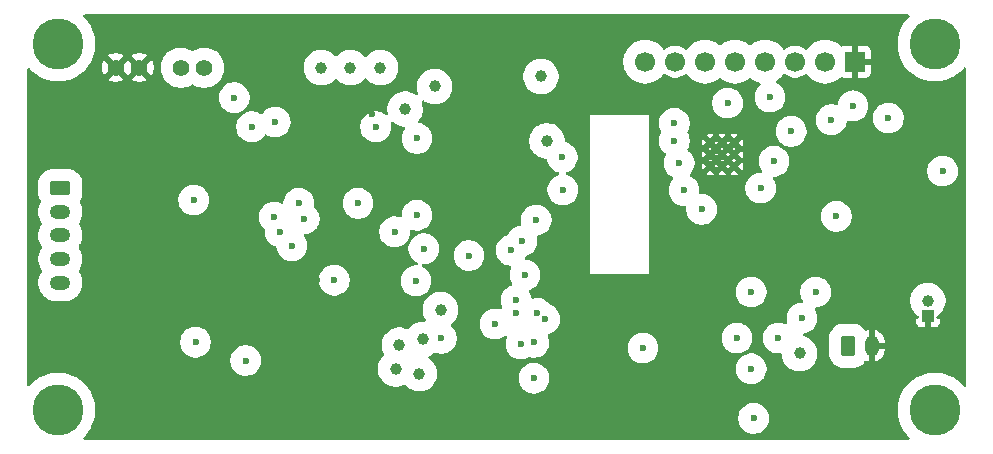
<source format=gbr>
%TF.GenerationSoftware,KiCad,Pcbnew,9.0.7*%
%TF.CreationDate,2026-02-05T20:31:52-06:00*%
%TF.ProjectId,wearable,77656172-6162-46c6-952e-6b696361645f,rev?*%
%TF.SameCoordinates,Original*%
%TF.FileFunction,Copper,L2,Inr*%
%TF.FilePolarity,Positive*%
%FSLAX46Y46*%
G04 Gerber Fmt 4.6, Leading zero omitted, Abs format (unit mm)*
G04 Created by KiCad (PCBNEW 9.0.7) date 2026-02-05 20:31:52*
%MOMM*%
%LPD*%
G01*
G04 APERTURE LIST*
G04 Aperture macros list*
%AMRoundRect*
0 Rectangle with rounded corners*
0 $1 Rounding radius*
0 $2 $3 $4 $5 $6 $7 $8 $9 X,Y pos of 4 corners*
0 Add a 4 corners polygon primitive as box body*
4,1,4,$2,$3,$4,$5,$6,$7,$8,$9,$2,$3,0*
0 Add four circle primitives for the rounded corners*
1,1,$1+$1,$2,$3*
1,1,$1+$1,$4,$5*
1,1,$1+$1,$6,$7*
1,1,$1+$1,$8,$9*
0 Add four rect primitives between the rounded corners*
20,1,$1+$1,$2,$3,$4,$5,0*
20,1,$1+$1,$4,$5,$6,$7,0*
20,1,$1+$1,$6,$7,$8,$9,0*
20,1,$1+$1,$8,$9,$2,$3,0*%
G04 Aperture macros list end*
%TA.AperFunction,ComponentPad*%
%ADD10C,1.000000*%
%TD*%
%TA.AperFunction,ComponentPad*%
%ADD11C,1.400000*%
%TD*%
%TA.AperFunction,ComponentPad*%
%ADD12C,4.318000*%
%TD*%
%TA.AperFunction,ComponentPad*%
%ADD13R,1.700000X1.700000*%
%TD*%
%TA.AperFunction,ComponentPad*%
%ADD14C,1.700000*%
%TD*%
%TA.AperFunction,ComponentPad*%
%ADD15RoundRect,0.250000X-0.625000X0.350000X-0.625000X-0.350000X0.625000X-0.350000X0.625000X0.350000X0*%
%TD*%
%TA.AperFunction,ComponentPad*%
%ADD16O,1.750000X1.200000*%
%TD*%
%TA.AperFunction,ComponentPad*%
%ADD17R,1.000000X1.000000*%
%TD*%
%TA.AperFunction,ComponentPad*%
%ADD18RoundRect,0.250000X-0.350000X-0.625000X0.350000X-0.625000X0.350000X0.625000X-0.350000X0.625000X0*%
%TD*%
%TA.AperFunction,ComponentPad*%
%ADD19O,1.200000X1.750000*%
%TD*%
%TA.AperFunction,HeatsinkPad*%
%ADD20C,0.500000*%
%TD*%
%TA.AperFunction,ViaPad*%
%ADD21C,0.600000*%
%TD*%
G04 APERTURE END LIST*
D10*
%TO.N,DRDY*%
%TO.C,TP8*%
X142000000Y-91500000D03*
%TD*%
%TO.N,SCK*%
%TO.C,TP14*%
X144500000Y-89600000D03*
%TD*%
D11*
%TO.N,AVDD*%
%TO.C,TP2*%
X123000000Y-88000000D03*
X125000000Y-88000000D03*
%TD*%
D10*
%TO.N,INT_BNO085*%
%TO.C,TP6*%
X141200000Y-113500000D03*
%TD*%
D12*
%TO.N,unconnected-(H4-Hole-Pad1)*%
%TO.C,H4*%
X186850000Y-117000000D03*
%TD*%
D10*
%TO.N,SCL*%
%TO.C,TP15*%
X153500000Y-88750000D03*
%TD*%
D12*
%TO.N,unconnected-(H1-Hole-Pad1)*%
%TO.C,H1*%
X112600000Y-86000000D03*
%TD*%
D10*
%TO.N,RST_ADS1299*%
%TO.C,TP4*%
X137360000Y-88000000D03*
%TD*%
%TO.N,START_ADS1299*%
%TO.C,TP3*%
X134900000Y-88000000D03*
%TD*%
%TO.N,MISO*%
%TO.C,TP11*%
X143200000Y-113900000D03*
%TD*%
%TO.N,CS_ADS1299*%
%TO.C,TP5*%
X154000000Y-94200000D03*
%TD*%
%TO.N,BOOT_BNO085*%
%TO.C,TP10*%
X143500000Y-111000000D03*
%TD*%
%TO.N,MOSI*%
%TO.C,TP9*%
X141500000Y-111500000D03*
%TD*%
D13*
%TO.N,AVSS*%
%TO.C,J3*%
X180100000Y-87500000D03*
D14*
%TO.N,+5V_USB*%
X177560000Y-87500000D03*
%TO.N,AVSS*%
X175020000Y-87500000D03*
%TO.N,Net-(J3-Pin_4)*%
X172480000Y-87500000D03*
%TO.N,unconnected-(J3-Pin_5-Pad5)*%
X169940000Y-87500000D03*
%TO.N,unconnected-(J3-Pin_6-Pad6)*%
X167400000Y-87500000D03*
%TO.N,AVSS*%
X164860000Y-87500000D03*
%TO.N,Net-(J3-Pin_8)*%
X162320000Y-87500000D03*
%TD*%
D15*
%TO.N,VBIAS*%
%TO.C,Elec_In*%
X112800000Y-98200000D03*
D16*
%TO.N,Net-(D4-D1+)*%
X112800000Y-100200000D03*
%TO.N,Net-(D4-D1-)*%
X112800000Y-102200000D03*
%TO.N,Net-(D4-D2+)*%
X112800000Y-104200000D03*
%TO.N,Net-(D4-D2-)*%
X112800000Y-106200000D03*
%TD*%
D10*
%TO.N,RST_BNO085*%
%TO.C,TP12*%
X145000000Y-108500000D03*
%TD*%
D11*
%TO.N,AVSS*%
%TO.C,TP1*%
X117500000Y-88000000D03*
X119500000Y-88000000D03*
%TD*%
D12*
%TO.N,unconnected-(H3-Hole-Pad1)*%
%TO.C,H3*%
X186850000Y-86000000D03*
%TD*%
D10*
%TO.N,SDA*%
%TO.C,TP16*%
X175400000Y-112200000D03*
%TD*%
D17*
%TO.N,AVSS*%
%TO.C,SW1*%
X186250000Y-109000000D03*
D10*
%TO.N,Net-(U4-SHPHLD)*%
X186250000Y-107730000D03*
%TD*%
%TO.N,PWDWN_ADS1299*%
%TO.C,TP7*%
X139900000Y-88000000D03*
%TD*%
D12*
%TO.N,unconnected-(H2-Hole-Pad1)*%
%TO.C,H2*%
X112600000Y-117000000D03*
%TD*%
D18*
%TO.N,Net-(BT1-+)*%
%TO.C,BT1*%
X179500000Y-111550000D03*
D19*
%TO.N,AVSS*%
X181500000Y-111550000D03*
%TD*%
D20*
%TO.N,AVSS*%
%TO.C,U4*%
X167850000Y-96350000D03*
X168850000Y-96350000D03*
X169850000Y-96350000D03*
X167850000Y-95350000D03*
X168850000Y-95350000D03*
X169850000Y-95350000D03*
X167850000Y-94350000D03*
X168850000Y-94350000D03*
X169850000Y-94350000D03*
%TD*%
D21*
%TO.N,AVSS*%
X119300000Y-103200000D03*
X146000000Y-93000000D03*
X126500000Y-113500000D03*
X157777005Y-87371509D03*
X179300000Y-103300000D03*
X148600000Y-107100000D03*
X175020000Y-85520000D03*
X160350000Y-113750000D03*
X164900000Y-85510000D03*
X134500000Y-106000000D03*
X125900000Y-110600000D03*
X167100000Y-90100000D03*
X160500000Y-107320000D03*
X145432500Y-114200000D03*
X164233812Y-99166188D03*
X116500000Y-97000000D03*
X170810122Y-100310122D03*
X114628442Y-103187501D03*
X181500000Y-96260000D03*
X139160000Y-91960000D03*
X140800000Y-95500000D03*
%TO.N,Net-(BT1-+)*%
X172900000Y-90500000D03*
%TO.N,AVDD*%
X124100000Y-99200000D03*
X124250000Y-111250000D03*
X182920000Y-92268530D03*
X127540000Y-90540000D03*
X128500000Y-112800000D03*
X187500000Y-96750000D03*
X131000000Y-92600000D03*
X129000000Y-93000000D03*
%TO.N,+3V3*%
X139500000Y-93000000D03*
X136000000Y-106000000D03*
X176750000Y-107000000D03*
X165200000Y-96100000D03*
X171300000Y-113500000D03*
X165600000Y-98400000D03*
X171300000Y-107000000D03*
X162130000Y-111730000D03*
%TO.N,+5V3*%
X178515000Y-100600000D03*
X178090000Y-92410000D03*
%TO.N,INT_BNO085*%
X152900000Y-111267502D03*
X145075735Y-110924265D03*
%TO.N,BOOT_BNO085*%
X152900000Y-114300000D03*
X143580000Y-103330000D03*
%TO.N,PWDWN_ADS1299*%
X132400000Y-103080000D03*
%TO.N,RST_BNO085*%
X151800000Y-111400000D03*
%TO.N,START_ADS1299*%
X130920000Y-100650000D03*
%TO.N,RST_ADS1299*%
X131420000Y-101900000D03*
%TO.N,MISO*%
X149600000Y-109700000D03*
X153800000Y-109300000D03*
X138000000Y-99500000D03*
X153100000Y-100900000D03*
%TO.N,MOSI*%
X147400000Y-103910000D03*
X150985000Y-103470000D03*
%TO.N,SCL*%
X155350000Y-98350000D03*
X174686300Y-93405001D03*
%TO.N,SDA*%
X173230424Y-95928606D03*
X152139878Y-105560122D03*
X175600000Y-109213493D03*
%TO.N,SCK*%
X153189878Y-108810122D03*
X151883812Y-102683812D03*
X151420000Y-108800000D03*
X133000000Y-99500000D03*
X141100000Y-101900000D03*
%TO.N,CS_ADS1299*%
X133460186Y-100780431D03*
%TO.N,DRDY*%
X142920000Y-106050000D03*
X143000000Y-100500000D03*
X143000000Y-94000000D03*
%TO.N,GPIO0*%
X151400000Y-107700000D03*
X171500000Y-117700000D03*
%TO.N,VSYS*%
X164800000Y-94200000D03*
X164800000Y-92720000D03*
X167100000Y-100000000D03*
X169300000Y-91000000D03*
%TO.N,GPIO2*%
X172100000Y-98200000D03*
X155300000Y-95600000D03*
%TO.N,GPIO4*%
X170100000Y-110900000D03*
X173600000Y-110900000D03*
%TO.N,Net-(U4-SHPHLD)*%
X179920000Y-91237625D03*
%TD*%
%TA.AperFunction,Conductor*%
%TO.N,AVSS*%
G36*
X184648970Y-83520185D02*
G01*
X184694725Y-83572989D01*
X184704669Y-83642147D01*
X184675644Y-83705703D01*
X184669612Y-83712181D01*
X184490431Y-83891361D01*
X184269175Y-84168808D01*
X184080371Y-84469287D01*
X183926410Y-84788991D01*
X183926401Y-84789013D01*
X183809201Y-85123948D01*
X183809197Y-85123960D01*
X183730233Y-85469926D01*
X183730231Y-85469942D01*
X183690500Y-85822561D01*
X183690500Y-86177438D01*
X183730231Y-86530057D01*
X183730233Y-86530073D01*
X183809197Y-86876039D01*
X183809201Y-86876051D01*
X183926401Y-87210986D01*
X183926410Y-87211008D01*
X184080371Y-87530712D01*
X184080375Y-87530718D01*
X184269176Y-87831193D01*
X184403795Y-88000000D01*
X184483101Y-88099447D01*
X184490432Y-88108639D01*
X184741361Y-88359568D01*
X185018807Y-88580824D01*
X185244659Y-88722736D01*
X185319287Y-88769628D01*
X185638991Y-88923589D01*
X185639000Y-88923592D01*
X185639007Y-88923596D01*
X185705268Y-88946782D01*
X185973948Y-89040798D01*
X185973960Y-89040802D01*
X186319930Y-89119767D01*
X186672562Y-89159499D01*
X186672563Y-89159500D01*
X186672566Y-89159500D01*
X187027437Y-89159500D01*
X187027437Y-89159499D01*
X187380070Y-89119767D01*
X187726040Y-89040802D01*
X188060993Y-88923596D01*
X188076929Y-88915922D01*
X188380712Y-88769628D01*
X188380712Y-88769627D01*
X188380718Y-88769625D01*
X188681193Y-88580824D01*
X188958639Y-88359568D01*
X189209568Y-88108639D01*
X189216857Y-88099500D01*
X189278553Y-88022135D01*
X189335741Y-87981994D01*
X189405552Y-87979144D01*
X189465822Y-88014489D01*
X189497416Y-88076808D01*
X189499500Y-88099447D01*
X189499500Y-114900552D01*
X189479815Y-114967591D01*
X189427011Y-115013346D01*
X189357853Y-115023290D01*
X189294297Y-114994265D01*
X189278553Y-114977865D01*
X189209568Y-114891361D01*
X188958638Y-114640431D01*
X188772475Y-114491971D01*
X188681193Y-114419176D01*
X188380718Y-114230375D01*
X188380719Y-114230375D01*
X188380712Y-114230371D01*
X188061008Y-114076410D01*
X188060986Y-114076401D01*
X187726051Y-113959201D01*
X187726039Y-113959197D01*
X187380073Y-113880233D01*
X187380057Y-113880231D01*
X187027438Y-113840500D01*
X187027434Y-113840500D01*
X186672566Y-113840500D01*
X186672561Y-113840500D01*
X186319942Y-113880231D01*
X186319926Y-113880233D01*
X185973960Y-113959197D01*
X185973948Y-113959201D01*
X185639013Y-114076401D01*
X185638991Y-114076410D01*
X185319287Y-114230371D01*
X185018808Y-114419175D01*
X184741361Y-114640431D01*
X184490431Y-114891361D01*
X184269175Y-115168808D01*
X184080371Y-115469287D01*
X183926410Y-115788991D01*
X183926401Y-115789013D01*
X183809201Y-116123948D01*
X183809197Y-116123960D01*
X183730233Y-116469926D01*
X183730231Y-116469942D01*
X183690500Y-116822561D01*
X183690500Y-117177438D01*
X183730231Y-117530057D01*
X183730233Y-117530073D01*
X183809197Y-117876039D01*
X183809201Y-117876051D01*
X183926401Y-118210986D01*
X183926410Y-118211008D01*
X184080371Y-118530712D01*
X184080375Y-118530718D01*
X184269176Y-118831193D01*
X184387163Y-118979144D01*
X184490431Y-119108638D01*
X184669612Y-119287819D01*
X184703097Y-119349142D01*
X184698113Y-119418834D01*
X184656241Y-119474767D01*
X184590777Y-119499184D01*
X184581931Y-119499500D01*
X114868069Y-119499500D01*
X114801030Y-119479815D01*
X114755275Y-119427011D01*
X114745331Y-119357853D01*
X114774356Y-119294297D01*
X114780388Y-119287819D01*
X114959568Y-119108639D01*
X115180824Y-118831193D01*
X115369625Y-118530718D01*
X115441430Y-118381613D01*
X115523589Y-118211008D01*
X115523590Y-118211004D01*
X115523596Y-118210993D01*
X115640802Y-117876040D01*
X115704343Y-117597648D01*
X170199500Y-117597648D01*
X170199500Y-117802351D01*
X170231522Y-118004534D01*
X170294781Y-118199223D01*
X170387715Y-118381613D01*
X170508028Y-118547213D01*
X170652786Y-118691971D01*
X170803502Y-118801470D01*
X170818390Y-118812287D01*
X170934607Y-118871503D01*
X171000776Y-118905218D01*
X171000778Y-118905218D01*
X171000781Y-118905220D01*
X171105137Y-118939127D01*
X171195465Y-118968477D01*
X171296557Y-118984488D01*
X171397648Y-119000500D01*
X171397649Y-119000500D01*
X171602351Y-119000500D01*
X171602352Y-119000500D01*
X171804534Y-118968477D01*
X171999219Y-118905220D01*
X172181610Y-118812287D01*
X172306025Y-118721895D01*
X172347213Y-118691971D01*
X172347215Y-118691968D01*
X172347219Y-118691966D01*
X172491966Y-118547219D01*
X172491968Y-118547215D01*
X172491971Y-118547213D01*
X172544732Y-118474590D01*
X172612287Y-118381610D01*
X172705220Y-118199219D01*
X172768477Y-118004534D01*
X172800500Y-117802352D01*
X172800500Y-117597648D01*
X172789797Y-117530070D01*
X172768477Y-117395465D01*
X172705218Y-117200776D01*
X172671503Y-117134607D01*
X172612287Y-117018390D01*
X172604556Y-117007749D01*
X172491971Y-116852786D01*
X172347213Y-116708028D01*
X172181613Y-116587715D01*
X172181612Y-116587714D01*
X172181610Y-116587713D01*
X172124653Y-116558691D01*
X171999223Y-116494781D01*
X171804534Y-116431522D01*
X171629995Y-116403878D01*
X171602352Y-116399500D01*
X171397648Y-116399500D01*
X171373329Y-116403351D01*
X171195465Y-116431522D01*
X171000776Y-116494781D01*
X170818386Y-116587715D01*
X170652786Y-116708028D01*
X170508028Y-116852786D01*
X170387715Y-117018386D01*
X170294781Y-117200776D01*
X170231522Y-117395465D01*
X170199500Y-117597648D01*
X115704343Y-117597648D01*
X115719767Y-117530070D01*
X115759500Y-117177434D01*
X115759500Y-116822566D01*
X115719767Y-116469930D01*
X115640802Y-116123960D01*
X115523596Y-115789007D01*
X115523592Y-115789000D01*
X115523589Y-115788991D01*
X115369628Y-115469287D01*
X115369625Y-115469282D01*
X115180824Y-115168807D01*
X114959568Y-114891361D01*
X114708639Y-114640432D01*
X114431193Y-114419176D01*
X114130718Y-114230375D01*
X114130719Y-114230375D01*
X114130712Y-114230371D01*
X113811008Y-114076410D01*
X113810986Y-114076401D01*
X113476051Y-113959201D01*
X113476039Y-113959197D01*
X113130073Y-113880233D01*
X113130057Y-113880231D01*
X112777438Y-113840500D01*
X112777434Y-113840500D01*
X112422566Y-113840500D01*
X112422561Y-113840500D01*
X112069942Y-113880231D01*
X112069926Y-113880233D01*
X111723960Y-113959197D01*
X111723948Y-113959201D01*
X111389013Y-114076401D01*
X111388991Y-114076410D01*
X111069287Y-114230371D01*
X110768808Y-114419175D01*
X110491361Y-114640431D01*
X110240431Y-114891361D01*
X110221447Y-114915167D01*
X110164258Y-114955307D01*
X110094447Y-114958157D01*
X110034177Y-114922811D01*
X110002584Y-114860492D01*
X110000500Y-114837854D01*
X110000500Y-112697648D01*
X127199500Y-112697648D01*
X127199500Y-112902351D01*
X127231522Y-113104534D01*
X127294781Y-113299223D01*
X127336909Y-113381902D01*
X127373026Y-113452786D01*
X127387715Y-113481613D01*
X127508028Y-113647213D01*
X127652786Y-113791971D01*
X127774268Y-113880231D01*
X127818390Y-113912287D01*
X127910456Y-113959197D01*
X128000776Y-114005218D01*
X128000778Y-114005218D01*
X128000781Y-114005220D01*
X128105137Y-114039127D01*
X128195465Y-114068477D01*
X128242913Y-114075992D01*
X128397648Y-114100500D01*
X128397649Y-114100500D01*
X128602351Y-114100500D01*
X128602352Y-114100500D01*
X128804534Y-114068477D01*
X128999219Y-114005220D01*
X129181610Y-113912287D01*
X129280417Y-113840500D01*
X129347213Y-113791971D01*
X129347215Y-113791968D01*
X129347219Y-113791966D01*
X129491966Y-113647219D01*
X129491968Y-113647215D01*
X129491971Y-113647213D01*
X129563594Y-113548631D01*
X129612287Y-113481610D01*
X129663091Y-113381902D01*
X139699500Y-113381902D01*
X139699500Y-113618097D01*
X139736446Y-113851368D01*
X139809433Y-114075996D01*
X139888092Y-114230371D01*
X139916657Y-114286433D01*
X140055483Y-114477510D01*
X140222490Y-114644517D01*
X140413567Y-114783343D01*
X140507468Y-114831188D01*
X140624003Y-114890566D01*
X140624005Y-114890566D01*
X140624008Y-114890568D01*
X140744412Y-114929689D01*
X140848631Y-114963553D01*
X141081903Y-115000500D01*
X141081908Y-115000500D01*
X141318097Y-115000500D01*
X141551368Y-114963553D01*
X141576746Y-114955307D01*
X141775992Y-114890568D01*
X141892532Y-114831187D01*
X141961201Y-114818291D01*
X142025941Y-114844567D01*
X142049143Y-114868784D01*
X142055483Y-114877510D01*
X142222490Y-115044517D01*
X142413567Y-115183343D01*
X142512991Y-115234002D01*
X142624003Y-115290566D01*
X142624005Y-115290566D01*
X142624008Y-115290568D01*
X142744412Y-115329689D01*
X142848631Y-115363553D01*
X143081903Y-115400500D01*
X143081908Y-115400500D01*
X143318097Y-115400500D01*
X143551368Y-115363553D01*
X143775992Y-115290568D01*
X143986433Y-115183343D01*
X144177510Y-115044517D01*
X144344517Y-114877510D01*
X144483343Y-114686433D01*
X144590568Y-114475992D01*
X144663553Y-114251368D01*
X144672061Y-114197648D01*
X151599500Y-114197648D01*
X151599500Y-114402351D01*
X151631522Y-114604534D01*
X151694781Y-114799223D01*
X151757753Y-114922811D01*
X151778512Y-114963553D01*
X151787715Y-114981613D01*
X151908028Y-115147213D01*
X152052786Y-115291971D01*
X152202166Y-115400500D01*
X152218390Y-115412287D01*
X152330249Y-115469282D01*
X152400776Y-115505218D01*
X152400778Y-115505218D01*
X152400781Y-115505220D01*
X152505137Y-115539127D01*
X152595465Y-115568477D01*
X152696557Y-115584488D01*
X152797648Y-115600500D01*
X152797649Y-115600500D01*
X153002351Y-115600500D01*
X153002352Y-115600500D01*
X153204534Y-115568477D01*
X153399219Y-115505220D01*
X153581610Y-115412287D01*
X153674590Y-115344732D01*
X153747213Y-115291971D01*
X153747215Y-115291968D01*
X153747219Y-115291966D01*
X153891966Y-115147219D01*
X153891968Y-115147215D01*
X153891971Y-115147213D01*
X153944732Y-115074590D01*
X154012287Y-114981610D01*
X154105220Y-114799219D01*
X154168477Y-114604534D01*
X154200500Y-114402352D01*
X154200500Y-114197648D01*
X154185113Y-114100500D01*
X154168477Y-113995465D01*
X154139127Y-113905137D01*
X154105220Y-113800781D01*
X154105218Y-113800778D01*
X154105218Y-113800776D01*
X154012287Y-113618390D01*
X153901324Y-113465661D01*
X153901323Y-113465660D01*
X153891967Y-113452782D01*
X153836833Y-113397648D01*
X169999500Y-113397648D01*
X169999500Y-113602351D01*
X170031522Y-113804534D01*
X170094781Y-113999223D01*
X170187715Y-114181613D01*
X170308028Y-114347213D01*
X170452786Y-114491971D01*
X170607719Y-114604534D01*
X170618390Y-114612287D01*
X170734607Y-114671503D01*
X170800776Y-114705218D01*
X170800778Y-114705218D01*
X170800781Y-114705220D01*
X170905137Y-114739127D01*
X170995465Y-114768477D01*
X171087418Y-114783041D01*
X171197648Y-114800500D01*
X171197649Y-114800500D01*
X171402351Y-114800500D01*
X171402352Y-114800500D01*
X171604534Y-114768477D01*
X171799219Y-114705220D01*
X171981610Y-114612287D01*
X172074590Y-114544732D01*
X172147213Y-114491971D01*
X172147215Y-114491968D01*
X172147219Y-114491966D01*
X172291966Y-114347219D01*
X172291968Y-114347215D01*
X172291971Y-114347213D01*
X172344732Y-114274590D01*
X172412287Y-114181610D01*
X172505220Y-113999219D01*
X172568477Y-113804534D01*
X172600500Y-113602352D01*
X172600500Y-113397648D01*
X172568477Y-113195466D01*
X172562643Y-113177512D01*
X172535762Y-113094780D01*
X172505220Y-113000781D01*
X172505218Y-113000778D01*
X172505218Y-113000776D01*
X172455067Y-112902351D01*
X172412287Y-112818390D01*
X172381486Y-112775996D01*
X172291971Y-112652786D01*
X172147213Y-112508028D01*
X171981613Y-112387715D01*
X171981612Y-112387714D01*
X171981610Y-112387713D01*
X171876978Y-112334400D01*
X171799223Y-112294781D01*
X171604534Y-112231522D01*
X171429995Y-112203878D01*
X171402352Y-112199500D01*
X171197648Y-112199500D01*
X171173329Y-112203351D01*
X170995465Y-112231522D01*
X170800776Y-112294781D01*
X170618386Y-112387715D01*
X170452786Y-112508028D01*
X170308028Y-112652786D01*
X170187715Y-112818386D01*
X170094781Y-113000776D01*
X170031522Y-113195465D01*
X169999500Y-113397648D01*
X153836833Y-113397648D01*
X153747213Y-113308028D01*
X153581613Y-113187715D01*
X153581612Y-113187714D01*
X153581610Y-113187713D01*
X153524653Y-113158691D01*
X153399223Y-113094781D01*
X153204534Y-113031522D01*
X153029995Y-113003878D01*
X153002352Y-112999500D01*
X152797648Y-112999500D01*
X152773329Y-113003351D01*
X152595465Y-113031522D01*
X152400776Y-113094781D01*
X152218386Y-113187715D01*
X152052786Y-113308028D01*
X151908028Y-113452786D01*
X151787715Y-113618386D01*
X151694781Y-113800776D01*
X151631522Y-113995465D01*
X151599500Y-114197648D01*
X144672061Y-114197648D01*
X144674601Y-114181613D01*
X144675906Y-114173377D01*
X144675906Y-114173376D01*
X144700500Y-114018097D01*
X144700500Y-113781902D01*
X144663553Y-113548631D01*
X144623545Y-113425500D01*
X144590568Y-113324008D01*
X144590566Y-113324005D01*
X144590566Y-113324003D01*
X144521122Y-113187713D01*
X144483343Y-113113567D01*
X144344517Y-112922490D01*
X144177510Y-112755483D01*
X143995969Y-112623585D01*
X143953304Y-112568255D01*
X143947325Y-112498641D01*
X143979931Y-112436846D01*
X144030533Y-112405338D01*
X144075992Y-112390568D01*
X144286433Y-112283343D01*
X144471289Y-112149036D01*
X144537091Y-112125558D01*
X144582484Y-112131424D01*
X144727260Y-112178464D01*
X144771200Y-112192742D01*
X144820182Y-112200500D01*
X144973383Y-112224765D01*
X144973384Y-112224765D01*
X145178086Y-112224765D01*
X145178087Y-112224765D01*
X145380269Y-112192742D01*
X145574954Y-112129485D01*
X145757345Y-112036552D01*
X145877697Y-111949112D01*
X145922948Y-111916236D01*
X145922950Y-111916233D01*
X145922954Y-111916231D01*
X146067701Y-111771484D01*
X146067703Y-111771480D01*
X146067706Y-111771478D01*
X146128564Y-111687713D01*
X146188022Y-111605875D01*
X146280955Y-111423484D01*
X146344212Y-111228799D01*
X146376235Y-111026617D01*
X146376235Y-110821913D01*
X146344212Y-110619731D01*
X146343556Y-110617713D01*
X146312616Y-110522488D01*
X146280955Y-110425046D01*
X146280953Y-110425043D01*
X146280953Y-110425041D01*
X146230375Y-110325777D01*
X146188022Y-110242655D01*
X146169134Y-110216657D01*
X146067706Y-110077051D01*
X145922954Y-109932299D01*
X145909341Y-109922409D01*
X145890258Y-109908544D01*
X145847593Y-109853215D01*
X145841614Y-109783602D01*
X145874219Y-109721806D01*
X145890253Y-109707912D01*
X145977510Y-109644517D01*
X146024379Y-109597648D01*
X148299500Y-109597648D01*
X148299500Y-109802351D01*
X148331522Y-110004534D01*
X148394781Y-110199223D01*
X148487715Y-110381613D01*
X148608028Y-110547213D01*
X148752786Y-110691971D01*
X148857823Y-110768283D01*
X148918390Y-110812287D01*
X149010468Y-110859203D01*
X149100776Y-110905218D01*
X149100778Y-110905218D01*
X149100781Y-110905220D01*
X149158605Y-110924008D01*
X149295465Y-110968477D01*
X149396557Y-110984488D01*
X149497648Y-111000500D01*
X149497649Y-111000500D01*
X149702351Y-111000500D01*
X149702352Y-111000500D01*
X149904534Y-110968477D01*
X150099219Y-110905220D01*
X150281610Y-110812287D01*
X150432593Y-110702591D01*
X150498399Y-110679112D01*
X150566453Y-110694937D01*
X150615148Y-110745043D01*
X150629023Y-110813521D01*
X150615964Y-110859203D01*
X150594782Y-110900776D01*
X150594781Y-110900778D01*
X150594780Y-110900781D01*
X150593338Y-110905220D01*
X150531522Y-111095465D01*
X150499500Y-111297648D01*
X150499500Y-111502351D01*
X150531522Y-111704534D01*
X150594781Y-111899223D01*
X150652391Y-112012287D01*
X150684850Y-112075992D01*
X150687715Y-112081613D01*
X150808028Y-112247213D01*
X150952786Y-112391971D01*
X151070523Y-112477510D01*
X151118390Y-112512287D01*
X151195091Y-112551368D01*
X151300776Y-112605218D01*
X151300778Y-112605218D01*
X151300781Y-112605220D01*
X151357303Y-112623585D01*
X151495465Y-112668477D01*
X151596557Y-112684488D01*
X151697648Y-112700500D01*
X151697649Y-112700500D01*
X151902351Y-112700500D01*
X151902352Y-112700500D01*
X152104534Y-112668477D01*
X152299219Y-112605220D01*
X152451788Y-112527481D01*
X152520456Y-112514586D01*
X152546397Y-112520035D01*
X152595466Y-112535979D01*
X152797648Y-112568002D01*
X152797649Y-112568002D01*
X153002351Y-112568002D01*
X153002352Y-112568002D01*
X153204534Y-112535979D01*
X153399219Y-112472722D01*
X153581610Y-112379789D01*
X153690363Y-112300776D01*
X153747213Y-112259473D01*
X153747215Y-112259470D01*
X153747219Y-112259468D01*
X153891966Y-112114721D01*
X153891968Y-112114717D01*
X153891971Y-112114715D01*
X153966390Y-112012284D01*
X154012287Y-111949112D01*
X154105220Y-111766721D01*
X154150408Y-111627648D01*
X160829500Y-111627648D01*
X160829500Y-111832351D01*
X160861522Y-112034534D01*
X160924781Y-112229223D01*
X160978372Y-112334400D01*
X161011666Y-112399743D01*
X161017715Y-112411613D01*
X161138028Y-112577213D01*
X161282786Y-112721971D01*
X161415493Y-112818386D01*
X161448390Y-112842287D01*
X161557564Y-112897914D01*
X161630776Y-112935218D01*
X161630778Y-112935218D01*
X161630781Y-112935220D01*
X161735137Y-112969127D01*
X161825465Y-112998477D01*
X161926557Y-113014488D01*
X162027648Y-113030500D01*
X162027649Y-113030500D01*
X162232351Y-113030500D01*
X162232352Y-113030500D01*
X162434534Y-112998477D01*
X162629219Y-112935220D01*
X162811610Y-112842287D01*
X162931084Y-112755485D01*
X162977213Y-112721971D01*
X162977215Y-112721968D01*
X162977219Y-112721966D01*
X163121966Y-112577219D01*
X163121968Y-112577215D01*
X163121971Y-112577213D01*
X163179056Y-112498641D01*
X163242287Y-112411610D01*
X163335220Y-112229219D01*
X163398477Y-112034534D01*
X163430500Y-111832352D01*
X163430500Y-111627648D01*
X163398477Y-111425466D01*
X163397834Y-111423488D01*
X163364126Y-111319745D01*
X163335220Y-111230781D01*
X163335218Y-111230778D01*
X163335218Y-111230776D01*
X163293362Y-111148631D01*
X163242287Y-111048390D01*
X163207493Y-111000500D01*
X163121971Y-110882786D01*
X163036833Y-110797648D01*
X168799500Y-110797648D01*
X168799500Y-111002351D01*
X168831522Y-111204534D01*
X168894781Y-111399223D01*
X168947328Y-111502351D01*
X168982836Y-111572039D01*
X168987715Y-111581613D01*
X169108028Y-111747213D01*
X169252786Y-111891971D01*
X169407749Y-112004556D01*
X169418390Y-112012287D01*
X169534607Y-112071503D01*
X169600776Y-112105218D01*
X169600778Y-112105218D01*
X169600781Y-112105220D01*
X169663375Y-112125558D01*
X169795465Y-112168477D01*
X169896557Y-112184488D01*
X169997648Y-112200500D01*
X169997649Y-112200500D01*
X170202351Y-112200500D01*
X170202352Y-112200500D01*
X170404534Y-112168477D01*
X170599219Y-112105220D01*
X170781610Y-112012287D01*
X170892653Y-111931610D01*
X170947213Y-111891971D01*
X170947215Y-111891968D01*
X170947219Y-111891966D01*
X171091966Y-111747219D01*
X171091968Y-111747215D01*
X171091971Y-111747213D01*
X171144732Y-111674590D01*
X171212287Y-111581610D01*
X171305220Y-111399219D01*
X171368477Y-111204534D01*
X171400500Y-111002352D01*
X171400500Y-110797648D01*
X172299500Y-110797648D01*
X172299500Y-111002351D01*
X172331522Y-111204534D01*
X172394781Y-111399223D01*
X172447328Y-111502351D01*
X172482836Y-111572039D01*
X172487715Y-111581613D01*
X172608028Y-111747213D01*
X172752786Y-111891971D01*
X172907749Y-112004556D01*
X172918390Y-112012287D01*
X173034607Y-112071503D01*
X173100776Y-112105218D01*
X173100778Y-112105218D01*
X173100781Y-112105220D01*
X173163375Y-112125558D01*
X173295465Y-112168477D01*
X173396557Y-112184488D01*
X173497648Y-112200500D01*
X173497649Y-112200500D01*
X173702350Y-112200500D01*
X173702352Y-112200500D01*
X173756103Y-112191986D01*
X173825394Y-112200940D01*
X173878847Y-112245936D01*
X173899487Y-112312687D01*
X173899500Y-112314459D01*
X173899500Y-112318097D01*
X173936446Y-112551368D01*
X174009433Y-112775996D01*
X174113198Y-112979645D01*
X174116657Y-112986433D01*
X174255483Y-113177510D01*
X174422490Y-113344517D01*
X174613567Y-113483343D01*
X174712991Y-113534002D01*
X174824003Y-113590566D01*
X174824005Y-113590566D01*
X174824008Y-113590568D01*
X174909623Y-113618386D01*
X175048631Y-113663553D01*
X175281903Y-113700500D01*
X175281908Y-113700500D01*
X175518097Y-113700500D01*
X175751368Y-113663553D01*
X175975992Y-113590568D01*
X176186433Y-113483343D01*
X176377510Y-113344517D01*
X176544517Y-113177510D01*
X176683343Y-112986433D01*
X176790568Y-112775992D01*
X176863553Y-112551368D01*
X176868317Y-112521288D01*
X176900500Y-112318097D01*
X176900500Y-112081902D01*
X176863553Y-111848631D01*
X176829689Y-111744412D01*
X176790568Y-111624008D01*
X176790566Y-111624005D01*
X176790566Y-111624003D01*
X176727128Y-111499500D01*
X176683343Y-111413567D01*
X176544517Y-111222490D01*
X176377510Y-111055483D01*
X176186433Y-110916657D01*
X176155265Y-110900776D01*
X176076763Y-110860777D01*
X177899500Y-110860777D01*
X177899500Y-112239208D01*
X177899501Y-112239223D01*
X177909904Y-112371413D01*
X177909905Y-112371420D01*
X177964902Y-112589678D01*
X177964903Y-112589681D01*
X178057991Y-112794622D01*
X178057997Y-112794632D01*
X178186174Y-112979645D01*
X178186178Y-112979650D01*
X178186181Y-112979654D01*
X178345346Y-113138819D01*
X178345350Y-113138822D01*
X178345354Y-113138825D01*
X178359510Y-113148632D01*
X178530374Y-113267007D01*
X178735317Y-113360096D01*
X178735321Y-113360097D01*
X178953579Y-113415094D01*
X178953581Y-113415094D01*
X178953588Y-113415096D01*
X179085783Y-113425500D01*
X179914216Y-113425499D01*
X180046412Y-113415096D01*
X180264683Y-113360096D01*
X180469626Y-113267007D01*
X180654654Y-113138819D01*
X180813819Y-112979654D01*
X180890236Y-112869351D01*
X180944593Y-112825458D01*
X181014055Y-112817918D01*
X181048460Y-112829486D01*
X181077750Y-112844410D01*
X181242415Y-112897914D01*
X181242414Y-112897914D01*
X181249999Y-112899115D01*
X181250000Y-112899114D01*
X181250000Y-111830330D01*
X181269745Y-111850075D01*
X181355255Y-111899444D01*
X181450630Y-111925000D01*
X181549370Y-111925000D01*
X181644745Y-111899444D01*
X181730255Y-111850075D01*
X181750000Y-111830330D01*
X181750000Y-112899115D01*
X181757584Y-112897914D01*
X181922255Y-112844408D01*
X182076524Y-112765804D01*
X182216602Y-112664032D01*
X182339032Y-112541602D01*
X182440804Y-112401524D01*
X182519408Y-112247257D01*
X182572914Y-112082584D01*
X182600000Y-111911571D01*
X182600000Y-111800000D01*
X181780330Y-111800000D01*
X181800075Y-111780255D01*
X181849444Y-111694745D01*
X181875000Y-111599370D01*
X181875000Y-111500630D01*
X181849444Y-111405255D01*
X181800075Y-111319745D01*
X181780330Y-111300000D01*
X182600000Y-111300000D01*
X182600000Y-111188428D01*
X182572914Y-111017415D01*
X182519408Y-110852742D01*
X182440804Y-110698475D01*
X182339032Y-110558397D01*
X182216602Y-110435967D01*
X182076524Y-110334195D01*
X181922257Y-110255591D01*
X181757589Y-110202087D01*
X181757581Y-110202085D01*
X181750000Y-110200884D01*
X181750000Y-111269670D01*
X181730255Y-111249925D01*
X181644745Y-111200556D01*
X181549370Y-111175000D01*
X181450630Y-111175000D01*
X181355255Y-111200556D01*
X181269745Y-111249925D01*
X181250000Y-111269670D01*
X181250000Y-110200884D01*
X181249999Y-110200884D01*
X181242418Y-110202085D01*
X181242406Y-110202088D01*
X181077749Y-110255588D01*
X181048455Y-110270514D01*
X180979785Y-110283409D01*
X180915045Y-110257131D01*
X180890234Y-110230644D01*
X180813825Y-110120354D01*
X180813822Y-110120350D01*
X180813819Y-110120346D01*
X180654654Y-109961181D01*
X180654650Y-109961178D01*
X180654645Y-109961174D01*
X180469632Y-109832997D01*
X180469630Y-109832995D01*
X180469626Y-109832993D01*
X180408153Y-109805071D01*
X180264681Y-109739903D01*
X180264678Y-109739902D01*
X180046420Y-109684905D01*
X180046413Y-109684904D01*
X180002347Y-109681436D01*
X179914217Y-109674500D01*
X179914215Y-109674500D01*
X179085791Y-109674500D01*
X179085776Y-109674501D01*
X178953586Y-109684904D01*
X178953579Y-109684905D01*
X178735321Y-109739902D01*
X178735318Y-109739903D01*
X178530377Y-109832991D01*
X178530367Y-109832997D01*
X178345354Y-109961174D01*
X178345342Y-109961184D01*
X178186184Y-110120342D01*
X178186174Y-110120354D01*
X178057997Y-110305367D01*
X178057991Y-110305377D01*
X177964903Y-110510318D01*
X177964902Y-110510321D01*
X177909905Y-110728579D01*
X177909904Y-110728586D01*
X177899500Y-110860777D01*
X176076763Y-110860777D01*
X175975996Y-110809433D01*
X175766244Y-110741280D01*
X175708569Y-110701842D01*
X175681371Y-110637483D01*
X175693286Y-110568637D01*
X175740530Y-110517161D01*
X175785162Y-110500876D01*
X175904534Y-110481970D01*
X176099219Y-110418713D01*
X176281610Y-110325780D01*
X176412555Y-110230644D01*
X176447213Y-110205464D01*
X176447215Y-110205461D01*
X176447219Y-110205459D01*
X176591966Y-110060712D01*
X176591968Y-110060708D01*
X176591971Y-110060706D01*
X176650237Y-109980508D01*
X176712287Y-109895103D01*
X176805220Y-109712712D01*
X176868477Y-109518027D01*
X176900500Y-109315845D01*
X176900500Y-109111141D01*
X176900058Y-109108353D01*
X176868477Y-108908958D01*
X176805218Y-108714269D01*
X176712285Y-108531880D01*
X176687223Y-108497384D01*
X176663744Y-108431578D01*
X176679570Y-108363524D01*
X176729676Y-108314830D01*
X176787542Y-108300500D01*
X176852351Y-108300500D01*
X176852352Y-108300500D01*
X177054534Y-108268477D01*
X177249219Y-108205220D01*
X177431610Y-108112287D01*
X177574773Y-108008274D01*
X177597213Y-107991971D01*
X177597215Y-107991968D01*
X177597219Y-107991966D01*
X177741966Y-107847219D01*
X177741968Y-107847215D01*
X177741971Y-107847213D01*
X177862284Y-107681614D01*
X177862285Y-107681613D01*
X177862287Y-107681610D01*
X177897805Y-107611902D01*
X184749500Y-107611902D01*
X184749500Y-107848097D01*
X184786446Y-108081368D01*
X184859433Y-108305996D01*
X184934227Y-108452786D01*
X184966657Y-108516433D01*
X185105483Y-108707510D01*
X185272490Y-108874517D01*
X185463567Y-109013343D01*
X185467830Y-109015515D01*
X185518626Y-109063490D01*
X185535421Y-109131311D01*
X185512883Y-109197446D01*
X185458168Y-109240897D01*
X185411535Y-109250000D01*
X185250000Y-109250000D01*
X185250000Y-109547844D01*
X185256401Y-109607372D01*
X185256403Y-109607379D01*
X185306645Y-109742086D01*
X185306649Y-109742093D01*
X185392809Y-109857187D01*
X185392812Y-109857190D01*
X185507906Y-109943350D01*
X185507913Y-109943354D01*
X185642620Y-109993596D01*
X185642627Y-109993598D01*
X185702155Y-109999999D01*
X185702172Y-110000000D01*
X186000000Y-110000000D01*
X186000000Y-109354261D01*
X186019685Y-109287222D01*
X186050794Y-109260265D01*
X186124555Y-109302851D01*
X186207213Y-109325000D01*
X186292787Y-109325000D01*
X186375445Y-109302851D01*
X186449554Y-109260064D01*
X186449736Y-109259881D01*
X186484404Y-109294056D01*
X186500000Y-109354261D01*
X186500000Y-110000000D01*
X186797828Y-110000000D01*
X186797844Y-109999999D01*
X186857372Y-109993598D01*
X186857379Y-109993596D01*
X186992086Y-109943354D01*
X186992093Y-109943350D01*
X187107187Y-109857190D01*
X187107190Y-109857187D01*
X187193350Y-109742093D01*
X187193354Y-109742086D01*
X187243596Y-109607379D01*
X187243598Y-109607372D01*
X187249999Y-109547844D01*
X187250000Y-109547827D01*
X187250000Y-109250000D01*
X187088465Y-109250000D01*
X187021426Y-109230315D01*
X186975671Y-109177511D01*
X186965727Y-109108353D01*
X186994752Y-109044797D01*
X187032170Y-109015515D01*
X187036433Y-109013343D01*
X187227510Y-108874517D01*
X187394517Y-108707510D01*
X187533343Y-108516433D01*
X187640568Y-108305992D01*
X187713553Y-108081368D01*
X187732316Y-107962903D01*
X187750500Y-107848097D01*
X187750500Y-107611902D01*
X187713553Y-107378631D01*
X187673453Y-107255218D01*
X187640568Y-107154008D01*
X187640566Y-107154005D01*
X187640566Y-107154003D01*
X187558006Y-106991971D01*
X187533343Y-106943567D01*
X187394517Y-106752490D01*
X187227510Y-106585483D01*
X187036433Y-106446657D01*
X186962337Y-106408903D01*
X186825996Y-106339433D01*
X186601368Y-106266446D01*
X186368097Y-106229500D01*
X186368092Y-106229500D01*
X186131908Y-106229500D01*
X186131903Y-106229500D01*
X185898631Y-106266446D01*
X185674003Y-106339433D01*
X185463566Y-106446657D01*
X185397330Y-106494781D01*
X185272490Y-106585483D01*
X185272488Y-106585485D01*
X185272487Y-106585485D01*
X185105485Y-106752487D01*
X185105485Y-106752488D01*
X185105483Y-106752490D01*
X185089241Y-106774845D01*
X184966657Y-106943566D01*
X184859433Y-107154003D01*
X184786446Y-107378631D01*
X184749500Y-107611902D01*
X177897805Y-107611902D01*
X177955220Y-107499219D01*
X178018477Y-107304534D01*
X178050500Y-107102352D01*
X178050500Y-106897648D01*
X178031050Y-106774845D01*
X178018477Y-106695465D01*
X177971892Y-106552093D01*
X177955220Y-106500781D01*
X177955218Y-106500778D01*
X177955218Y-106500776D01*
X177873730Y-106340849D01*
X177862287Y-106318390D01*
X177824548Y-106266446D01*
X177741971Y-106152786D01*
X177597213Y-106008028D01*
X177431613Y-105887715D01*
X177431612Y-105887714D01*
X177431610Y-105887713D01*
X177374653Y-105858691D01*
X177249223Y-105794781D01*
X177054534Y-105731522D01*
X176879995Y-105703878D01*
X176852352Y-105699500D01*
X176647648Y-105699500D01*
X176623329Y-105703351D01*
X176445465Y-105731522D01*
X176250776Y-105794781D01*
X176068386Y-105887715D01*
X175902786Y-106008028D01*
X175758028Y-106152786D01*
X175637715Y-106318386D01*
X175544781Y-106500776D01*
X175481522Y-106695465D01*
X175449500Y-106897648D01*
X175449500Y-107102351D01*
X175481522Y-107304534D01*
X175544781Y-107499223D01*
X175637714Y-107681612D01*
X175662777Y-107716109D01*
X175686256Y-107781915D01*
X175670430Y-107849969D01*
X175620324Y-107898663D01*
X175562458Y-107912993D01*
X175497648Y-107912993D01*
X175473329Y-107916844D01*
X175295465Y-107945015D01*
X175100776Y-108008274D01*
X174918386Y-108101208D01*
X174752786Y-108221521D01*
X174608028Y-108366279D01*
X174487715Y-108531879D01*
X174394781Y-108714269D01*
X174331522Y-108908958D01*
X174299500Y-109111141D01*
X174299500Y-109315844D01*
X174331523Y-109518028D01*
X174331523Y-109518031D01*
X174353928Y-109586985D01*
X174355923Y-109656826D01*
X174319843Y-109716659D01*
X174257142Y-109747487D01*
X174187727Y-109739522D01*
X174179702Y-109735788D01*
X174099223Y-109694781D01*
X173904534Y-109631522D01*
X173729995Y-109603878D01*
X173702352Y-109599500D01*
X173497648Y-109599500D01*
X173473329Y-109603351D01*
X173295465Y-109631522D01*
X173100776Y-109694781D01*
X172918386Y-109787715D01*
X172752786Y-109908028D01*
X172608028Y-110052786D01*
X172487715Y-110218386D01*
X172394781Y-110400776D01*
X172331522Y-110595465D01*
X172299500Y-110797648D01*
X171400500Y-110797648D01*
X171389562Y-110728588D01*
X171368477Y-110595465D01*
X171324956Y-110461522D01*
X171305220Y-110400781D01*
X171305218Y-110400778D01*
X171305218Y-110400776D01*
X171256609Y-110305377D01*
X171212287Y-110218390D01*
X171199568Y-110200884D01*
X171091971Y-110052786D01*
X170947213Y-109908028D01*
X170781613Y-109787715D01*
X170781612Y-109787714D01*
X170781610Y-109787713D01*
X170724653Y-109758691D01*
X170599223Y-109694781D01*
X170404534Y-109631522D01*
X170229995Y-109603878D01*
X170202352Y-109599500D01*
X169997648Y-109599500D01*
X169973329Y-109603351D01*
X169795465Y-109631522D01*
X169600776Y-109694781D01*
X169418386Y-109787715D01*
X169252786Y-109908028D01*
X169108028Y-110052786D01*
X168987715Y-110218386D01*
X168894781Y-110400776D01*
X168831522Y-110595465D01*
X168799500Y-110797648D01*
X163036833Y-110797648D01*
X162977213Y-110738028D01*
X162811613Y-110617715D01*
X162811612Y-110617714D01*
X162811610Y-110617713D01*
X162744222Y-110583377D01*
X162629223Y-110524781D01*
X162434534Y-110461522D01*
X162259995Y-110433878D01*
X162232352Y-110429500D01*
X162027648Y-110429500D01*
X162003329Y-110433351D01*
X161825465Y-110461522D01*
X161630776Y-110524781D01*
X161448386Y-110617715D01*
X161282786Y-110738028D01*
X161138028Y-110882786D01*
X161017715Y-111048386D01*
X160924781Y-111230776D01*
X160861522Y-111425465D01*
X160829500Y-111627648D01*
X154150408Y-111627648D01*
X154168477Y-111572036D01*
X154200500Y-111369854D01*
X154200500Y-111165150D01*
X154189463Y-111095465D01*
X154168477Y-110962967D01*
X154135273Y-110860777D01*
X154105220Y-110768283D01*
X154105217Y-110768279D01*
X154105217Y-110768276D01*
X154083690Y-110726028D01*
X154070793Y-110657359D01*
X154097069Y-110592618D01*
X154154175Y-110552361D01*
X154155798Y-110551820D01*
X154299219Y-110505220D01*
X154481610Y-110412287D01*
X154600682Y-110325777D01*
X154647213Y-110291971D01*
X154647215Y-110291968D01*
X154647219Y-110291966D01*
X154791966Y-110147219D01*
X154791968Y-110147215D01*
X154791971Y-110147213D01*
X154853676Y-110062282D01*
X154912287Y-109981610D01*
X155005220Y-109799219D01*
X155068477Y-109604534D01*
X155100500Y-109402352D01*
X155100500Y-109197648D01*
X155079251Y-109063490D01*
X155068477Y-108995465D01*
X155005218Y-108800776D01*
X154957696Y-108707510D01*
X154912287Y-108618390D01*
X154904556Y-108607749D01*
X154791971Y-108452786D01*
X154647213Y-108308028D01*
X154481613Y-108187715D01*
X154481612Y-108187714D01*
X154481610Y-108187713D01*
X154333578Y-108112287D01*
X154294878Y-108092568D01*
X154295519Y-108091309D01*
X154247820Y-108053712D01*
X154181844Y-107962903D01*
X154037097Y-107818156D01*
X154037091Y-107818150D01*
X153871491Y-107697837D01*
X153871490Y-107697836D01*
X153871488Y-107697835D01*
X153814531Y-107668813D01*
X153689101Y-107604903D01*
X153494412Y-107541644D01*
X153319873Y-107514000D01*
X153292230Y-107509622D01*
X153087526Y-107509622D01*
X153047089Y-107516026D01*
X152885340Y-107541645D01*
X152839188Y-107556641D01*
X152769347Y-107558636D01*
X152709515Y-107522555D01*
X152678687Y-107459854D01*
X152678430Y-107458306D01*
X152668477Y-107395466D01*
X152663007Y-107378632D01*
X152622908Y-107255220D01*
X152605220Y-107200781D01*
X152605218Y-107200778D01*
X152605218Y-107200776D01*
X152555067Y-107102351D01*
X152512287Y-107018390D01*
X152493093Y-106991971D01*
X152488086Y-106985079D01*
X152478631Y-106958582D01*
X152466220Y-106933338D01*
X152467048Y-106926118D01*
X152464606Y-106919273D01*
X152469635Y-106897648D01*
X169999500Y-106897648D01*
X169999500Y-107102351D01*
X170031522Y-107304534D01*
X170094781Y-107499223D01*
X170187715Y-107681613D01*
X170308028Y-107847213D01*
X170452786Y-107991971D01*
X170589516Y-108091309D01*
X170618390Y-108112287D01*
X170734607Y-108171503D01*
X170800776Y-108205218D01*
X170800778Y-108205218D01*
X170800781Y-108205220D01*
X170850969Y-108221527D01*
X170995465Y-108268477D01*
X171087008Y-108282976D01*
X171197648Y-108300500D01*
X171197649Y-108300500D01*
X171402351Y-108300500D01*
X171402352Y-108300500D01*
X171604534Y-108268477D01*
X171799219Y-108205220D01*
X171981610Y-108112287D01*
X172124773Y-108008274D01*
X172147213Y-107991971D01*
X172147215Y-107991968D01*
X172147219Y-107991966D01*
X172291966Y-107847219D01*
X172291968Y-107847215D01*
X172291971Y-107847213D01*
X172354542Y-107761090D01*
X172412287Y-107681610D01*
X172505220Y-107499219D01*
X172568477Y-107304534D01*
X172600500Y-107102352D01*
X172600500Y-106897648D01*
X172581050Y-106774845D01*
X172568477Y-106695465D01*
X172521892Y-106552093D01*
X172505220Y-106500781D01*
X172505218Y-106500778D01*
X172505218Y-106500776D01*
X172423730Y-106340849D01*
X172412287Y-106318390D01*
X172374548Y-106266446D01*
X172291971Y-106152786D01*
X172147213Y-106008028D01*
X171981613Y-105887715D01*
X171981612Y-105887714D01*
X171981610Y-105887713D01*
X171924653Y-105858691D01*
X171799223Y-105794781D01*
X171604534Y-105731522D01*
X171429995Y-105703878D01*
X171402352Y-105699500D01*
X171197648Y-105699500D01*
X171173329Y-105703351D01*
X170995465Y-105731522D01*
X170800776Y-105794781D01*
X170618386Y-105887715D01*
X170452786Y-106008028D01*
X170308028Y-106152786D01*
X170187715Y-106318386D01*
X170094781Y-106500776D01*
X170031522Y-106695465D01*
X169999500Y-106897648D01*
X152469635Y-106897648D01*
X152470978Y-106891872D01*
X152474185Y-106863924D01*
X152478785Y-106858297D01*
X152480432Y-106851219D01*
X152500602Y-106831616D01*
X152518413Y-106809835D01*
X152527727Y-106805255D01*
X152530538Y-106802524D01*
X152550081Y-106794264D01*
X152639097Y-106765342D01*
X152821488Y-106672409D01*
X152914468Y-106604854D01*
X152987091Y-106552093D01*
X152987093Y-106552090D01*
X152987097Y-106552088D01*
X153131844Y-106407341D01*
X153131846Y-106407337D01*
X153131849Y-106407335D01*
X153190969Y-106325962D01*
X153252165Y-106241732D01*
X153345098Y-106059341D01*
X153408355Y-105864656D01*
X153440378Y-105662474D01*
X153440378Y-105500000D01*
X157650000Y-105500000D01*
X162650000Y-105500000D01*
X162650000Y-92617648D01*
X163499500Y-92617648D01*
X163499500Y-92822351D01*
X163531522Y-93024534D01*
X163594781Y-93219223D01*
X163688780Y-93403705D01*
X163701676Y-93472374D01*
X163688780Y-93516295D01*
X163594781Y-93700776D01*
X163531522Y-93895465D01*
X163499500Y-94097648D01*
X163499500Y-94302351D01*
X163531522Y-94504534D01*
X163594781Y-94699223D01*
X163658691Y-94824653D01*
X163687376Y-94880949D01*
X163687715Y-94881613D01*
X163808028Y-95047213D01*
X163952784Y-95191969D01*
X163995270Y-95222836D01*
X164049776Y-95262436D01*
X164092443Y-95317766D01*
X164098423Y-95387379D01*
X164087377Y-95419048D01*
X164082112Y-95429382D01*
X163994781Y-95600776D01*
X163931522Y-95795465D01*
X163914248Y-95904534D01*
X163899500Y-95997648D01*
X163899500Y-96202352D01*
X163902744Y-96222836D01*
X163931522Y-96404534D01*
X163994781Y-96599223D01*
X164052391Y-96712287D01*
X164084765Y-96775825D01*
X164087715Y-96781613D01*
X164208028Y-96947213D01*
X164352786Y-97091971D01*
X164518388Y-97212286D01*
X164518390Y-97212287D01*
X164651269Y-97279992D01*
X164702066Y-97327966D01*
X164718861Y-97395787D01*
X164696324Y-97461922D01*
X164682657Y-97478158D01*
X164608027Y-97552788D01*
X164487715Y-97718386D01*
X164394781Y-97900776D01*
X164331522Y-98095465D01*
X164299500Y-98297648D01*
X164299500Y-98502351D01*
X164331522Y-98704534D01*
X164394781Y-98899223D01*
X164450221Y-99008028D01*
X164467276Y-99041501D01*
X164487715Y-99081613D01*
X164608028Y-99247213D01*
X164752786Y-99391971D01*
X164884569Y-99487715D01*
X164918390Y-99512287D01*
X165002647Y-99555218D01*
X165100776Y-99605218D01*
X165100778Y-99605218D01*
X165100781Y-99605220D01*
X165205137Y-99639127D01*
X165295465Y-99668477D01*
X165396557Y-99684488D01*
X165497648Y-99700500D01*
X165497649Y-99700500D01*
X165685540Y-99700500D01*
X165752579Y-99720185D01*
X165798334Y-99772989D01*
X165808278Y-99842147D01*
X165808013Y-99843897D01*
X165799500Y-99897647D01*
X165799500Y-100102351D01*
X165831522Y-100304534D01*
X165894781Y-100499223D01*
X165952391Y-100612287D01*
X165984152Y-100674622D01*
X165987715Y-100681613D01*
X166108028Y-100847213D01*
X166252786Y-100991971D01*
X166380784Y-101084965D01*
X166418390Y-101112287D01*
X166534607Y-101171503D01*
X166600776Y-101205218D01*
X166600778Y-101205218D01*
X166600781Y-101205220D01*
X166673793Y-101228943D01*
X166795465Y-101268477D01*
X166878383Y-101281610D01*
X166997648Y-101300500D01*
X166997649Y-101300500D01*
X167202351Y-101300500D01*
X167202352Y-101300500D01*
X167404534Y-101268477D01*
X167599219Y-101205220D01*
X167781610Y-101112287D01*
X167932924Y-101002352D01*
X167947213Y-100991971D01*
X167947215Y-100991968D01*
X167947219Y-100991966D01*
X168091966Y-100847219D01*
X168091968Y-100847215D01*
X168091971Y-100847213D01*
X168195133Y-100705220D01*
X168212287Y-100681610D01*
X168305220Y-100499219D01*
X168305730Y-100497648D01*
X177214500Y-100497648D01*
X177214500Y-100702351D01*
X177246522Y-100904534D01*
X177309781Y-101099223D01*
X177363438Y-101204529D01*
X177401716Y-101279654D01*
X177402715Y-101281613D01*
X177523028Y-101447213D01*
X177667786Y-101591971D01*
X177800611Y-101688472D01*
X177833390Y-101712287D01*
X177933942Y-101763521D01*
X178015776Y-101805218D01*
X178015778Y-101805218D01*
X178015781Y-101805220D01*
X178112337Y-101836593D01*
X178210465Y-101868477D01*
X178311557Y-101884488D01*
X178412648Y-101900500D01*
X178412649Y-101900500D01*
X178617351Y-101900500D01*
X178617352Y-101900500D01*
X178819534Y-101868477D01*
X179014219Y-101805220D01*
X179196610Y-101712287D01*
X179313112Y-101627644D01*
X179362213Y-101591971D01*
X179362215Y-101591968D01*
X179362219Y-101591966D01*
X179506966Y-101447219D01*
X179506968Y-101447215D01*
X179506971Y-101447213D01*
X179569495Y-101361154D01*
X179627287Y-101281610D01*
X179720220Y-101099219D01*
X179783477Y-100904534D01*
X179815500Y-100702352D01*
X179815500Y-100497648D01*
X179784914Y-100304538D01*
X179783477Y-100295465D01*
X179720218Y-100100776D01*
X179669265Y-100000776D01*
X179627287Y-99918390D01*
X179612217Y-99897648D01*
X179506971Y-99752786D01*
X179362213Y-99608028D01*
X179196613Y-99487715D01*
X179196612Y-99487714D01*
X179196610Y-99487713D01*
X179139653Y-99458691D01*
X179014223Y-99394781D01*
X178819534Y-99331522D01*
X178644995Y-99303878D01*
X178617352Y-99299500D01*
X178412648Y-99299500D01*
X178388329Y-99303351D01*
X178210465Y-99331522D01*
X178015776Y-99394781D01*
X177833386Y-99487715D01*
X177667786Y-99608028D01*
X177523028Y-99752786D01*
X177402715Y-99918386D01*
X177309781Y-100100776D01*
X177246522Y-100295465D01*
X177214500Y-100497648D01*
X168305730Y-100497648D01*
X168368477Y-100304534D01*
X168400500Y-100102352D01*
X168400500Y-99897648D01*
X168377555Y-99752781D01*
X168368477Y-99695465D01*
X168332786Y-99585621D01*
X168305220Y-99500781D01*
X168305218Y-99500778D01*
X168305218Y-99500776D01*
X168251210Y-99394781D01*
X168212287Y-99318390D01*
X168195134Y-99294781D01*
X168091971Y-99152786D01*
X167947213Y-99008028D01*
X167781613Y-98887715D01*
X167781612Y-98887714D01*
X167781610Y-98887713D01*
X167724653Y-98858691D01*
X167599223Y-98794781D01*
X167404534Y-98731522D01*
X167229995Y-98703878D01*
X167202352Y-98699500D01*
X167014460Y-98699500D01*
X166947421Y-98679815D01*
X166901666Y-98627011D01*
X166891722Y-98557853D01*
X166891987Y-98556103D01*
X166900500Y-98502352D01*
X166900500Y-98297649D01*
X166900046Y-98294780D01*
X166868823Y-98097648D01*
X170799500Y-98097648D01*
X170799500Y-98302351D01*
X170831522Y-98504534D01*
X170894781Y-98699223D01*
X170987715Y-98881613D01*
X171108028Y-99047213D01*
X171252786Y-99191971D01*
X171407749Y-99304556D01*
X171418390Y-99312287D01*
X171491425Y-99349500D01*
X171600776Y-99405218D01*
X171600778Y-99405218D01*
X171600781Y-99405220D01*
X171705137Y-99439127D01*
X171795465Y-99468477D01*
X171896557Y-99484488D01*
X171997648Y-99500500D01*
X171997649Y-99500500D01*
X172202351Y-99500500D01*
X172202352Y-99500500D01*
X172404534Y-99468477D01*
X172599219Y-99405220D01*
X172781610Y-99312287D01*
X172892773Y-99231523D01*
X172947213Y-99191971D01*
X172947215Y-99191968D01*
X172947219Y-99191966D01*
X173091966Y-99047219D01*
X173091968Y-99047215D01*
X173091971Y-99047213D01*
X173151937Y-98964675D01*
X173212287Y-98881610D01*
X173305220Y-98699219D01*
X173368477Y-98504534D01*
X173400500Y-98302352D01*
X173400500Y-98097648D01*
X173368477Y-97895466D01*
X173357696Y-97862287D01*
X173332837Y-97785777D01*
X173305220Y-97700781D01*
X173305218Y-97700778D01*
X173305218Y-97700776D01*
X173212287Y-97518390D01*
X173145156Y-97425991D01*
X173121677Y-97360184D01*
X173137503Y-97292130D01*
X173187609Y-97243436D01*
X173245475Y-97229106D01*
X173332775Y-97229106D01*
X173332776Y-97229106D01*
X173534958Y-97197083D01*
X173729643Y-97133826D01*
X173912034Y-97040893D01*
X174011002Y-96968989D01*
X174077637Y-96920577D01*
X174077639Y-96920574D01*
X174077643Y-96920572D01*
X174222390Y-96775825D01*
X174222392Y-96775821D01*
X174222395Y-96775819D01*
X174315516Y-96647648D01*
X186199500Y-96647648D01*
X186199500Y-96852351D01*
X186231522Y-97054534D01*
X186294781Y-97249223D01*
X186358691Y-97374653D01*
X186375700Y-97408034D01*
X186387715Y-97431613D01*
X186508028Y-97597213D01*
X186652786Y-97741971D01*
X186802546Y-97850776D01*
X186818390Y-97862287D01*
X186891425Y-97899500D01*
X187000776Y-97955218D01*
X187000778Y-97955218D01*
X187000781Y-97955220D01*
X187105137Y-97989127D01*
X187195465Y-98018477D01*
X187296557Y-98034488D01*
X187397648Y-98050500D01*
X187397649Y-98050500D01*
X187602351Y-98050500D01*
X187602352Y-98050500D01*
X187804534Y-98018477D01*
X187999219Y-97955220D01*
X188181610Y-97862287D01*
X188286919Y-97785776D01*
X188347213Y-97741971D01*
X188347215Y-97741968D01*
X188347219Y-97741966D01*
X188491966Y-97597219D01*
X188491968Y-97597215D01*
X188491971Y-97597213D01*
X188560575Y-97502786D01*
X188612287Y-97431610D01*
X188705220Y-97249219D01*
X188768477Y-97054534D01*
X188800500Y-96852352D01*
X188800500Y-96647648D01*
X188792830Y-96599223D01*
X188768477Y-96445465D01*
X188737458Y-96349999D01*
X188705220Y-96250781D01*
X188705218Y-96250778D01*
X188705218Y-96250776D01*
X188671503Y-96184607D01*
X188612287Y-96068390D01*
X188604556Y-96057749D01*
X188491971Y-95902786D01*
X188347213Y-95758028D01*
X188181613Y-95637715D01*
X188181612Y-95637714D01*
X188181610Y-95637713D01*
X188089083Y-95590568D01*
X187999223Y-95544781D01*
X187804534Y-95481522D01*
X187629995Y-95453878D01*
X187602352Y-95449500D01*
X187397648Y-95449500D01*
X187373329Y-95453351D01*
X187195465Y-95481522D01*
X187000776Y-95544781D01*
X186818386Y-95637715D01*
X186652786Y-95758028D01*
X186508028Y-95902786D01*
X186387715Y-96068386D01*
X186294781Y-96250776D01*
X186231522Y-96445465D01*
X186199500Y-96647648D01*
X174315516Y-96647648D01*
X174342709Y-96610219D01*
X174342712Y-96610215D01*
X174435644Y-96427825D01*
X174498901Y-96233140D01*
X174530924Y-96030958D01*
X174530924Y-95826254D01*
X174498901Y-95624072D01*
X174491333Y-95600781D01*
X174469551Y-95533743D01*
X174435644Y-95429387D01*
X174435642Y-95429384D01*
X174435642Y-95429382D01*
X174395194Y-95349999D01*
X174342711Y-95246996D01*
X174302730Y-95191966D01*
X174222395Y-95081392D01*
X174077637Y-94936634D01*
X173912037Y-94816321D01*
X173912036Y-94816320D01*
X173912034Y-94816319D01*
X173832888Y-94775992D01*
X173729647Y-94723387D01*
X173534958Y-94660128D01*
X173360419Y-94632484D01*
X173332776Y-94628106D01*
X173128072Y-94628106D01*
X173103753Y-94631957D01*
X172925889Y-94660128D01*
X172731200Y-94723387D01*
X172548810Y-94816321D01*
X172383210Y-94936634D01*
X172238452Y-95081392D01*
X172118139Y-95246992D01*
X172025205Y-95429382D01*
X171961946Y-95624071D01*
X171929924Y-95826254D01*
X171929924Y-96030957D01*
X171961946Y-96233140D01*
X172025205Y-96427829D01*
X172118136Y-96610215D01*
X172185268Y-96702615D01*
X172208747Y-96768422D01*
X172192921Y-96836476D01*
X172142815Y-96885170D01*
X172084949Y-96899500D01*
X171997648Y-96899500D01*
X171973329Y-96903351D01*
X171795465Y-96931522D01*
X171600776Y-96994781D01*
X171418386Y-97087715D01*
X171252786Y-97208028D01*
X171108028Y-97352786D01*
X170987715Y-97518386D01*
X170894781Y-97700776D01*
X170831522Y-97895465D01*
X170799500Y-98097648D01*
X166868823Y-98097648D01*
X166868477Y-98095466D01*
X166805220Y-97900781D01*
X166805218Y-97900778D01*
X166805218Y-97900776D01*
X166771503Y-97834607D01*
X166712287Y-97718390D01*
X166699490Y-97700776D01*
X166591971Y-97552786D01*
X166447213Y-97408028D01*
X166281613Y-97287715D01*
X166281612Y-97287714D01*
X166281610Y-97287713D01*
X166169062Y-97230367D01*
X166148730Y-97220007D01*
X166130366Y-97202663D01*
X166109446Y-97188519D01*
X166105399Y-97179082D01*
X166097934Y-97172032D01*
X166091863Y-97147517D01*
X166081909Y-97124305D01*
X166083606Y-97114176D01*
X166081139Y-97104211D01*
X166089284Y-97080308D01*
X166093461Y-97055397D01*
X166101736Y-97043769D01*
X166103677Y-97038076D01*
X166112092Y-97027577D01*
X167525975Y-97027577D01*
X167631236Y-97071178D01*
X167631240Y-97071179D01*
X167776126Y-97099999D01*
X167776129Y-97100000D01*
X167923871Y-97100000D01*
X167923873Y-97099999D01*
X168068760Y-97071179D01*
X168068775Y-97071175D01*
X168174024Y-97027578D01*
X168174024Y-97027577D01*
X168525975Y-97027577D01*
X168631236Y-97071178D01*
X168631240Y-97071179D01*
X168776126Y-97099999D01*
X168776129Y-97100000D01*
X168923871Y-97100000D01*
X168923873Y-97099999D01*
X169068760Y-97071179D01*
X169068775Y-97071175D01*
X169174024Y-97027578D01*
X169174024Y-97027577D01*
X169525975Y-97027577D01*
X169631236Y-97071178D01*
X169631240Y-97071179D01*
X169776126Y-97099999D01*
X169776129Y-97100000D01*
X169923871Y-97100000D01*
X169923873Y-97099999D01*
X170068760Y-97071179D01*
X170068775Y-97071175D01*
X170174024Y-97027578D01*
X170174024Y-97027577D01*
X169850001Y-96703554D01*
X169850000Y-96703554D01*
X169525975Y-97027577D01*
X169174024Y-97027577D01*
X168850001Y-96703554D01*
X168850000Y-96703554D01*
X168525975Y-97027577D01*
X168174024Y-97027577D01*
X167850001Y-96703554D01*
X167850000Y-96703554D01*
X167525975Y-97027577D01*
X166112092Y-97027577D01*
X166113229Y-97026158D01*
X166115226Y-97023958D01*
X166191966Y-96947219D01*
X166312287Y-96781610D01*
X166405220Y-96599219D01*
X166468477Y-96404534D01*
X166477114Y-96350001D01*
X166488815Y-96276126D01*
X167100000Y-96276126D01*
X167100000Y-96423873D01*
X167128820Y-96568759D01*
X167128822Y-96568767D01*
X167172421Y-96674024D01*
X167496446Y-96350000D01*
X167496446Y-96349999D01*
X167466610Y-96320163D01*
X167700000Y-96320163D01*
X167700000Y-96379837D01*
X167722836Y-96434968D01*
X167765032Y-96477164D01*
X167820163Y-96500000D01*
X167879837Y-96500000D01*
X167934968Y-96477164D01*
X167977164Y-96434968D01*
X168000000Y-96379837D01*
X168000000Y-96350000D01*
X168203554Y-96350000D01*
X168350000Y-96496446D01*
X168496446Y-96350000D01*
X168466609Y-96320163D01*
X168700000Y-96320163D01*
X168700000Y-96379837D01*
X168722836Y-96434968D01*
X168765032Y-96477164D01*
X168820163Y-96500000D01*
X168879837Y-96500000D01*
X168934968Y-96477164D01*
X168977164Y-96434968D01*
X169000000Y-96379837D01*
X169000000Y-96350000D01*
X169203554Y-96350000D01*
X169350000Y-96496446D01*
X169496446Y-96350000D01*
X169466609Y-96320163D01*
X169700000Y-96320163D01*
X169700000Y-96379837D01*
X169722836Y-96434968D01*
X169765032Y-96477164D01*
X169820163Y-96500000D01*
X169879837Y-96500000D01*
X169934968Y-96477164D01*
X169977164Y-96434968D01*
X170000000Y-96379837D01*
X170000000Y-96349999D01*
X170203554Y-96349999D01*
X170203554Y-96350001D01*
X170527577Y-96674024D01*
X170527578Y-96674024D01*
X170571175Y-96568775D01*
X170571179Y-96568760D01*
X170599999Y-96423873D01*
X170600000Y-96423871D01*
X170600000Y-96276128D01*
X170599999Y-96276126D01*
X170571179Y-96131240D01*
X170571178Y-96131236D01*
X170527577Y-96025975D01*
X170203554Y-96349999D01*
X170000000Y-96349999D01*
X170000000Y-96320163D01*
X169977164Y-96265032D01*
X169934968Y-96222836D01*
X169879837Y-96200000D01*
X169820163Y-96200000D01*
X169765032Y-96222836D01*
X169722836Y-96265032D01*
X169700000Y-96320163D01*
X169466609Y-96320163D01*
X169350000Y-96203554D01*
X169203554Y-96350000D01*
X169000000Y-96350000D01*
X169000000Y-96320163D01*
X168977164Y-96265032D01*
X168934968Y-96222836D01*
X168879837Y-96200000D01*
X168820163Y-96200000D01*
X168765032Y-96222836D01*
X168722836Y-96265032D01*
X168700000Y-96320163D01*
X168466609Y-96320163D01*
X168350000Y-96203554D01*
X168203554Y-96350000D01*
X168000000Y-96350000D01*
X168000000Y-96320163D01*
X167977164Y-96265032D01*
X167934968Y-96222836D01*
X167879837Y-96200000D01*
X167820163Y-96200000D01*
X167765032Y-96222836D01*
X167722836Y-96265032D01*
X167700000Y-96320163D01*
X167466610Y-96320163D01*
X167172421Y-96025974D01*
X167172420Y-96025974D01*
X167128823Y-96131228D01*
X167128820Y-96131240D01*
X167100000Y-96276126D01*
X166488815Y-96276126D01*
X166492852Y-96250641D01*
X166492852Y-96250640D01*
X166500500Y-96202352D01*
X166500500Y-95997648D01*
X166477115Y-95850000D01*
X167703554Y-95850000D01*
X167850000Y-95996446D01*
X167996446Y-95850000D01*
X168703554Y-95850000D01*
X168850000Y-95996446D01*
X168996446Y-95850000D01*
X169703554Y-95850000D01*
X169850000Y-95996446D01*
X169996446Y-95850000D01*
X169850000Y-95703554D01*
X169703554Y-95850000D01*
X168996446Y-95850000D01*
X168850000Y-95703554D01*
X168703554Y-95850000D01*
X167996446Y-95850000D01*
X167850000Y-95703554D01*
X167703554Y-95850000D01*
X166477115Y-95850000D01*
X166468477Y-95795465D01*
X166425616Y-95663553D01*
X166405220Y-95600781D01*
X166405218Y-95600778D01*
X166405218Y-95600776D01*
X166352671Y-95497648D01*
X166312287Y-95418390D01*
X166306598Y-95410560D01*
X166257459Y-95342924D01*
X166208928Y-95276126D01*
X167100000Y-95276126D01*
X167100000Y-95423873D01*
X167128820Y-95568759D01*
X167128822Y-95568767D01*
X167172421Y-95674024D01*
X167496446Y-95350000D01*
X167496446Y-95349999D01*
X167466610Y-95320163D01*
X167700000Y-95320163D01*
X167700000Y-95379837D01*
X167722836Y-95434968D01*
X167765032Y-95477164D01*
X167820163Y-95500000D01*
X167879837Y-95500000D01*
X167934968Y-95477164D01*
X167977164Y-95434968D01*
X168000000Y-95379837D01*
X168000000Y-95350000D01*
X168203554Y-95350000D01*
X168350000Y-95496446D01*
X168496446Y-95350000D01*
X168466609Y-95320163D01*
X168700000Y-95320163D01*
X168700000Y-95379837D01*
X168722836Y-95434968D01*
X168765032Y-95477164D01*
X168820163Y-95500000D01*
X168879837Y-95500000D01*
X168934968Y-95477164D01*
X168977164Y-95434968D01*
X169000000Y-95379837D01*
X169000000Y-95350000D01*
X169203554Y-95350000D01*
X169350000Y-95496446D01*
X169496446Y-95350000D01*
X169466609Y-95320163D01*
X169700000Y-95320163D01*
X169700000Y-95379837D01*
X169722836Y-95434968D01*
X169765032Y-95477164D01*
X169820163Y-95500000D01*
X169879837Y-95500000D01*
X169934968Y-95477164D01*
X169977164Y-95434968D01*
X170000000Y-95379837D01*
X170000000Y-95349999D01*
X170203554Y-95349999D01*
X170203554Y-95350001D01*
X170527577Y-95674024D01*
X170527578Y-95674024D01*
X170571175Y-95568775D01*
X170571179Y-95568760D01*
X170599999Y-95423873D01*
X170600000Y-95423871D01*
X170600000Y-95276128D01*
X170599999Y-95276126D01*
X170571179Y-95131240D01*
X170571178Y-95131236D01*
X170527577Y-95025975D01*
X170203554Y-95349999D01*
X170000000Y-95349999D01*
X170000000Y-95320163D01*
X169977164Y-95265032D01*
X169934968Y-95222836D01*
X169879837Y-95200000D01*
X169820163Y-95200000D01*
X169765032Y-95222836D01*
X169722836Y-95265032D01*
X169700000Y-95320163D01*
X169466609Y-95320163D01*
X169350000Y-95203554D01*
X169203554Y-95350000D01*
X169000000Y-95350000D01*
X169000000Y-95320163D01*
X168977164Y-95265032D01*
X168934968Y-95222836D01*
X168879837Y-95200000D01*
X168820163Y-95200000D01*
X168765032Y-95222836D01*
X168722836Y-95265032D01*
X168700000Y-95320163D01*
X168466609Y-95320163D01*
X168350000Y-95203554D01*
X168203554Y-95350000D01*
X168000000Y-95350000D01*
X168000000Y-95320163D01*
X167977164Y-95265032D01*
X167934968Y-95222836D01*
X167879837Y-95200000D01*
X167820163Y-95200000D01*
X167765032Y-95222836D01*
X167722836Y-95265032D01*
X167700000Y-95320163D01*
X167466610Y-95320163D01*
X167172421Y-95025974D01*
X167172420Y-95025974D01*
X167128823Y-95131228D01*
X167128820Y-95131240D01*
X167100000Y-95276126D01*
X166208928Y-95276126D01*
X166191971Y-95252786D01*
X166047213Y-95108028D01*
X165950223Y-95037562D01*
X165907557Y-94982233D01*
X165901578Y-94912619D01*
X165912621Y-94880953D01*
X165928392Y-94850000D01*
X167703554Y-94850000D01*
X167850000Y-94996446D01*
X167996446Y-94850000D01*
X168703554Y-94850000D01*
X168850000Y-94996446D01*
X168996446Y-94850000D01*
X169703554Y-94850000D01*
X169850000Y-94996446D01*
X169996446Y-94850000D01*
X169850000Y-94703554D01*
X169703554Y-94850000D01*
X168996446Y-94850000D01*
X168850000Y-94703554D01*
X168703554Y-94850000D01*
X167996446Y-94850000D01*
X167850000Y-94703554D01*
X167703554Y-94850000D01*
X165928392Y-94850000D01*
X166005220Y-94699219D01*
X166068477Y-94504534D01*
X166100500Y-94302352D01*
X166100500Y-94276126D01*
X167100000Y-94276126D01*
X167100000Y-94423873D01*
X167128820Y-94568759D01*
X167128822Y-94568767D01*
X167172421Y-94674024D01*
X167496446Y-94350000D01*
X167496446Y-94349999D01*
X167466610Y-94320163D01*
X167700000Y-94320163D01*
X167700000Y-94379837D01*
X167722836Y-94434968D01*
X167765032Y-94477164D01*
X167820163Y-94500000D01*
X167879837Y-94500000D01*
X167934968Y-94477164D01*
X167977164Y-94434968D01*
X168000000Y-94379837D01*
X168000000Y-94350000D01*
X168203554Y-94350000D01*
X168350000Y-94496446D01*
X168496446Y-94350000D01*
X168466609Y-94320163D01*
X168700000Y-94320163D01*
X168700000Y-94379837D01*
X168722836Y-94434968D01*
X168765032Y-94477164D01*
X168820163Y-94500000D01*
X168879837Y-94500000D01*
X168934968Y-94477164D01*
X168977164Y-94434968D01*
X169000000Y-94379837D01*
X169000000Y-94350000D01*
X169203554Y-94350000D01*
X169350000Y-94496446D01*
X169496446Y-94350000D01*
X169466609Y-94320163D01*
X169700000Y-94320163D01*
X169700000Y-94379837D01*
X169722836Y-94434968D01*
X169765032Y-94477164D01*
X169820163Y-94500000D01*
X169879837Y-94500000D01*
X169934968Y-94477164D01*
X169977164Y-94434968D01*
X170000000Y-94379837D01*
X170000000Y-94349999D01*
X170203554Y-94349999D01*
X170203554Y-94350001D01*
X170527577Y-94674024D01*
X170527578Y-94674024D01*
X170571175Y-94568775D01*
X170571179Y-94568760D01*
X170599999Y-94423873D01*
X170600000Y-94423871D01*
X170600000Y-94276128D01*
X170599999Y-94276126D01*
X170571179Y-94131240D01*
X170571178Y-94131236D01*
X170527577Y-94025975D01*
X170203554Y-94349999D01*
X170000000Y-94349999D01*
X170000000Y-94320163D01*
X169977164Y-94265032D01*
X169934968Y-94222836D01*
X169879837Y-94200000D01*
X169820163Y-94200000D01*
X169765032Y-94222836D01*
X169722836Y-94265032D01*
X169700000Y-94320163D01*
X169466609Y-94320163D01*
X169350000Y-94203554D01*
X169203554Y-94350000D01*
X169000000Y-94350000D01*
X169000000Y-94320163D01*
X168977164Y-94265032D01*
X168934968Y-94222836D01*
X168879837Y-94200000D01*
X168820163Y-94200000D01*
X168765032Y-94222836D01*
X168722836Y-94265032D01*
X168700000Y-94320163D01*
X168466609Y-94320163D01*
X168350000Y-94203554D01*
X168203554Y-94350000D01*
X168000000Y-94350000D01*
X168000000Y-94320163D01*
X167977164Y-94265032D01*
X167934968Y-94222836D01*
X167879837Y-94200000D01*
X167820163Y-94200000D01*
X167765032Y-94222836D01*
X167722836Y-94265032D01*
X167700000Y-94320163D01*
X167466610Y-94320163D01*
X167172421Y-94025974D01*
X167172420Y-94025974D01*
X167128823Y-94131228D01*
X167128820Y-94131240D01*
X167100000Y-94276126D01*
X166100500Y-94276126D01*
X166100500Y-94097648D01*
X166068477Y-93895466D01*
X166005220Y-93700781D01*
X165990769Y-93672420D01*
X167525974Y-93672420D01*
X167525974Y-93672421D01*
X167850000Y-93996446D01*
X167850001Y-93996446D01*
X168174024Y-93672421D01*
X168174022Y-93672420D01*
X168525974Y-93672420D01*
X168525974Y-93672421D01*
X168850000Y-93996446D01*
X168850001Y-93996446D01*
X169174024Y-93672421D01*
X169174022Y-93672420D01*
X169525974Y-93672420D01*
X169525974Y-93672421D01*
X169850000Y-93996446D01*
X169850001Y-93996446D01*
X170174024Y-93672421D01*
X170068767Y-93628822D01*
X170068759Y-93628820D01*
X169923872Y-93600000D01*
X169776128Y-93600000D01*
X169631240Y-93628820D01*
X169631228Y-93628823D01*
X169525974Y-93672420D01*
X169174022Y-93672420D01*
X169068767Y-93628822D01*
X169068759Y-93628820D01*
X168923872Y-93600000D01*
X168776128Y-93600000D01*
X168631240Y-93628820D01*
X168631228Y-93628823D01*
X168525974Y-93672420D01*
X168174022Y-93672420D01*
X168068767Y-93628822D01*
X168068759Y-93628820D01*
X167923872Y-93600000D01*
X167776128Y-93600000D01*
X167631240Y-93628820D01*
X167631228Y-93628823D01*
X167525974Y-93672420D01*
X165990769Y-93672420D01*
X165912287Y-93518390D01*
X165912285Y-93518387D01*
X165911219Y-93516295D01*
X165910209Y-93510917D01*
X165906807Y-93506633D01*
X165903830Y-93476951D01*
X165898323Y-93447626D01*
X165900235Y-93441110D01*
X165899835Y-93437113D01*
X165911219Y-93403705D01*
X165912285Y-93401612D01*
X165912287Y-93401610D01*
X165962710Y-93302649D01*
X173385800Y-93302649D01*
X173385800Y-93507353D01*
X173387216Y-93516295D01*
X173417822Y-93709535D01*
X173481081Y-93904224D01*
X173574015Y-94086614D01*
X173694328Y-94252214D01*
X173839086Y-94396972D01*
X173963983Y-94487713D01*
X174004690Y-94517288D01*
X174105723Y-94568767D01*
X174187076Y-94610219D01*
X174187078Y-94610219D01*
X174187081Y-94610221D01*
X174291437Y-94644128D01*
X174381765Y-94673478D01*
X174482857Y-94689489D01*
X174583948Y-94705501D01*
X174583949Y-94705501D01*
X174788651Y-94705501D01*
X174788652Y-94705501D01*
X174990834Y-94673478D01*
X175185519Y-94610221D01*
X175367910Y-94517288D01*
X175496489Y-94423871D01*
X175533513Y-94396972D01*
X175533515Y-94396969D01*
X175533519Y-94396967D01*
X175678266Y-94252220D01*
X175678268Y-94252216D01*
X175678271Y-94252214D01*
X175779932Y-94112287D01*
X175798587Y-94086611D01*
X175891520Y-93904220D01*
X175954777Y-93709535D01*
X175986800Y-93507353D01*
X175986800Y-93302649D01*
X175980124Y-93260496D01*
X175954777Y-93100466D01*
X175922295Y-93000498D01*
X175891520Y-92905782D01*
X175891518Y-92905779D01*
X175891518Y-92905777D01*
X175849010Y-92822351D01*
X175798587Y-92723391D01*
X175781229Y-92699500D01*
X175678271Y-92557787D01*
X175533517Y-92413033D01*
X175519837Y-92403094D01*
X175388465Y-92307648D01*
X176789500Y-92307648D01*
X176789500Y-92512352D01*
X176793582Y-92538125D01*
X176821522Y-92714534D01*
X176884781Y-92909223D01*
X176935126Y-93008028D01*
X176959306Y-93055485D01*
X176977715Y-93091613D01*
X177098028Y-93257213D01*
X177242786Y-93401971D01*
X177387835Y-93507353D01*
X177408390Y-93522287D01*
X177524607Y-93581503D01*
X177590776Y-93615218D01*
X177590778Y-93615218D01*
X177590781Y-93615220D01*
X177632644Y-93628822D01*
X177785465Y-93678477D01*
X177886557Y-93694488D01*
X177987648Y-93710500D01*
X177987649Y-93710500D01*
X178192351Y-93710500D01*
X178192352Y-93710500D01*
X178394534Y-93678477D01*
X178589219Y-93615220D01*
X178771610Y-93522287D01*
X178874941Y-93447213D01*
X178937213Y-93401971D01*
X178937215Y-93401968D01*
X178937219Y-93401966D01*
X179081966Y-93257219D01*
X179081968Y-93257215D01*
X179081971Y-93257213D01*
X179157844Y-93152781D01*
X179202287Y-93091610D01*
X179295220Y-92909219D01*
X179358477Y-92714534D01*
X179379740Y-92580285D01*
X179409668Y-92517153D01*
X179468979Y-92480221D01*
X179538842Y-92481219D01*
X179540531Y-92481754D01*
X179615465Y-92506102D01*
X179654926Y-92512352D01*
X179817648Y-92538125D01*
X179817649Y-92538125D01*
X180022351Y-92538125D01*
X180022352Y-92538125D01*
X180224534Y-92506102D01*
X180419219Y-92442845D01*
X180601610Y-92349912D01*
X180713697Y-92268477D01*
X180767213Y-92229596D01*
X180767215Y-92229593D01*
X180767219Y-92229591D01*
X180830632Y-92166178D01*
X181619500Y-92166178D01*
X181619500Y-92370881D01*
X181651522Y-92573064D01*
X181714781Y-92767753D01*
X181778691Y-92893183D01*
X181785111Y-92905782D01*
X181807715Y-92950143D01*
X181928028Y-93115743D01*
X182072786Y-93260501D01*
X182227749Y-93373086D01*
X182238390Y-93380817D01*
X182348877Y-93437113D01*
X182420776Y-93473748D01*
X182420778Y-93473748D01*
X182420781Y-93473750D01*
X182503974Y-93500781D01*
X182615465Y-93537007D01*
X182716557Y-93553018D01*
X182817648Y-93569030D01*
X182817649Y-93569030D01*
X183022351Y-93569030D01*
X183022352Y-93569030D01*
X183224534Y-93537007D01*
X183419219Y-93473750D01*
X183601610Y-93380817D01*
X183694590Y-93313262D01*
X183767213Y-93260501D01*
X183767215Y-93260498D01*
X183767219Y-93260496D01*
X183911966Y-93115749D01*
X183911968Y-93115745D01*
X183911971Y-93115743D01*
X183995144Y-93001263D01*
X184032287Y-92950140D01*
X184125220Y-92767749D01*
X184188477Y-92573064D01*
X184220500Y-92370882D01*
X184220500Y-92166178D01*
X184200260Y-92038390D01*
X184188477Y-91963995D01*
X184135354Y-91800500D01*
X184125220Y-91769311D01*
X184125218Y-91769308D01*
X184125218Y-91769306D01*
X184089649Y-91699500D01*
X184032287Y-91586920D01*
X184014749Y-91562781D01*
X183911971Y-91421316D01*
X183767213Y-91276558D01*
X183601613Y-91156245D01*
X183601612Y-91156244D01*
X183601610Y-91156243D01*
X183509872Y-91109500D01*
X183419223Y-91063311D01*
X183224534Y-91000052D01*
X183049995Y-90972408D01*
X183022352Y-90968030D01*
X182817648Y-90968030D01*
X182793329Y-90971881D01*
X182615465Y-91000052D01*
X182420776Y-91063311D01*
X182238386Y-91156245D01*
X182072786Y-91276558D01*
X181928028Y-91421316D01*
X181807715Y-91586916D01*
X181714781Y-91769306D01*
X181651522Y-91963995D01*
X181619500Y-92166178D01*
X180830632Y-92166178D01*
X180911966Y-92084844D01*
X180918395Y-92075996D01*
X180967771Y-92008034D01*
X181032287Y-91919235D01*
X181125220Y-91736844D01*
X181188477Y-91542159D01*
X181220500Y-91339977D01*
X181220500Y-91135273D01*
X181209740Y-91067337D01*
X181188477Y-90933090D01*
X181144215Y-90796866D01*
X181125220Y-90738406D01*
X181125218Y-90738403D01*
X181125218Y-90738401D01*
X181076277Y-90642351D01*
X181032287Y-90556015D01*
X181007930Y-90522490D01*
X180911971Y-90390411D01*
X180767213Y-90245653D01*
X180601613Y-90125340D01*
X180601612Y-90125339D01*
X180601610Y-90125338D01*
X180544653Y-90096316D01*
X180419223Y-90032406D01*
X180224534Y-89969147D01*
X180049995Y-89941503D01*
X180022352Y-89937125D01*
X179817648Y-89937125D01*
X179793329Y-89940976D01*
X179615465Y-89969147D01*
X179420776Y-90032406D01*
X179238386Y-90125340D01*
X179072786Y-90245653D01*
X178928028Y-90390411D01*
X178807715Y-90556011D01*
X178714781Y-90738401D01*
X178651522Y-90933090D01*
X178630260Y-91067337D01*
X178600331Y-91130472D01*
X178541019Y-91167403D01*
X178471156Y-91166405D01*
X178469469Y-91165870D01*
X178394537Y-91141523D01*
X178242897Y-91117505D01*
X178192352Y-91109500D01*
X177987648Y-91109500D01*
X177963329Y-91113351D01*
X177785465Y-91141522D01*
X177590776Y-91204781D01*
X177408386Y-91297715D01*
X177242786Y-91418028D01*
X177098028Y-91562786D01*
X176977715Y-91728386D01*
X176884781Y-91910776D01*
X176821522Y-92105465D01*
X176791865Y-92292714D01*
X176789500Y-92307648D01*
X175388465Y-92307648D01*
X175367909Y-92292713D01*
X175185523Y-92199782D01*
X174990834Y-92136523D01*
X174816295Y-92108879D01*
X174788652Y-92104501D01*
X174583948Y-92104501D01*
X174559629Y-92108352D01*
X174381765Y-92136523D01*
X174187076Y-92199782D01*
X174004686Y-92292716D01*
X173839086Y-92413029D01*
X173694328Y-92557787D01*
X173574015Y-92723387D01*
X173481081Y-92905777D01*
X173417822Y-93100466D01*
X173389132Y-93281610D01*
X173385800Y-93302649D01*
X165962710Y-93302649D01*
X166005220Y-93219219D01*
X166068477Y-93024534D01*
X166100500Y-92822352D01*
X166100500Y-92617648D01*
X166094583Y-92580288D01*
X166068477Y-92415465D01*
X166028592Y-92292713D01*
X166005220Y-92220781D01*
X166005218Y-92220778D01*
X166005218Y-92220776D01*
X165945972Y-92104501D01*
X165912287Y-92038390D01*
X165888236Y-92005286D01*
X165791971Y-91872786D01*
X165647213Y-91728028D01*
X165481613Y-91607715D01*
X165481612Y-91607714D01*
X165481610Y-91607713D01*
X165393436Y-91562786D01*
X165299223Y-91514781D01*
X165104534Y-91451522D01*
X164929995Y-91423878D01*
X164902352Y-91419500D01*
X164697648Y-91419500D01*
X164673329Y-91423351D01*
X164495465Y-91451522D01*
X164300776Y-91514781D01*
X164118386Y-91607715D01*
X163952786Y-91728028D01*
X163808028Y-91872786D01*
X163687715Y-92038386D01*
X163594781Y-92220776D01*
X163531522Y-92415465D01*
X163499500Y-92617648D01*
X162650000Y-92617648D01*
X162650000Y-92000000D01*
X157650000Y-92000000D01*
X157650000Y-105500000D01*
X153440378Y-105500000D01*
X153440378Y-105457770D01*
X153426221Y-105368386D01*
X153408355Y-105255587D01*
X153383300Y-105178477D01*
X153345098Y-105060903D01*
X153252165Y-104878512D01*
X153227658Y-104844781D01*
X153131849Y-104712908D01*
X152987091Y-104568150D01*
X152821491Y-104447837D01*
X152821490Y-104447836D01*
X152821488Y-104447835D01*
X152745700Y-104409219D01*
X152639101Y-104354903D01*
X152444412Y-104291644D01*
X152242227Y-104259621D01*
X152239652Y-104259418D01*
X152239293Y-104259508D01*
X152238845Y-104259355D01*
X152237367Y-104259239D01*
X152237396Y-104258861D01*
X152208640Y-104249062D01*
X152177563Y-104239937D01*
X152175761Y-104237858D01*
X152173158Y-104236971D01*
X152153013Y-104211605D01*
X152131808Y-104187133D01*
X152131416Y-104184410D01*
X152129706Y-104182257D01*
X152126473Y-104150031D01*
X152121864Y-104117975D01*
X152122922Y-104114636D01*
X152122732Y-104112736D01*
X152134117Y-104079328D01*
X152149531Y-104049074D01*
X152177612Y-103993962D01*
X152225584Y-103943168D01*
X152249775Y-103932328D01*
X152383031Y-103889032D01*
X152565422Y-103796099D01*
X152658402Y-103728544D01*
X152731025Y-103675783D01*
X152731027Y-103675780D01*
X152731031Y-103675778D01*
X152875778Y-103531031D01*
X152875780Y-103531027D01*
X152875783Y-103531025D01*
X152947472Y-103432352D01*
X152996099Y-103365422D01*
X153089032Y-103183031D01*
X153152289Y-102988346D01*
X153184312Y-102786164D01*
X153184312Y-102581460D01*
X153152289Y-102379278D01*
X153144357Y-102354869D01*
X153142363Y-102285029D01*
X153178443Y-102225196D01*
X153241144Y-102194368D01*
X153242869Y-102194082D01*
X153404534Y-102168477D01*
X153599219Y-102105220D01*
X153781610Y-102012287D01*
X153874590Y-101944732D01*
X153947213Y-101891971D01*
X153947215Y-101891968D01*
X153947219Y-101891966D01*
X154091966Y-101747219D01*
X154091968Y-101747215D01*
X154091971Y-101747213D01*
X154166411Y-101644753D01*
X154212287Y-101581610D01*
X154305220Y-101399219D01*
X154368477Y-101204534D01*
X154400500Y-101002352D01*
X154400500Y-100797648D01*
X154369568Y-100602352D01*
X154368477Y-100595465D01*
X154313039Y-100424845D01*
X154305220Y-100400781D01*
X154305218Y-100400778D01*
X154305218Y-100400776D01*
X154260128Y-100312284D01*
X154212287Y-100218390D01*
X154163163Y-100150776D01*
X154091971Y-100052786D01*
X153947213Y-99908028D01*
X153781613Y-99787715D01*
X153781612Y-99787714D01*
X153781610Y-99787713D01*
X153688771Y-99740409D01*
X153599223Y-99694781D01*
X153404534Y-99631522D01*
X153229995Y-99603878D01*
X153202352Y-99599500D01*
X152997648Y-99599500D01*
X152973329Y-99603351D01*
X152795465Y-99631522D01*
X152600776Y-99694781D01*
X152418386Y-99787715D01*
X152252786Y-99908028D01*
X152108028Y-100052786D01*
X151987715Y-100218386D01*
X151894781Y-100400776D01*
X151831522Y-100595465D01*
X151814139Y-100705220D01*
X151799500Y-100797648D01*
X151799500Y-101002352D01*
X151807487Y-101052781D01*
X151829683Y-101192921D01*
X151831523Y-101204534D01*
X151836024Y-101218386D01*
X151839454Y-101228943D01*
X151841448Y-101298785D01*
X151805366Y-101358617D01*
X151742664Y-101389443D01*
X151740921Y-101389732D01*
X151579276Y-101415335D01*
X151384588Y-101478593D01*
X151202198Y-101571527D01*
X151036598Y-101691840D01*
X150891840Y-101836598D01*
X150771527Y-102002198D01*
X150691200Y-102159847D01*
X150643225Y-102210643D01*
X150619034Y-102221483D01*
X150485776Y-102264781D01*
X150303386Y-102357715D01*
X150137786Y-102478028D01*
X149993028Y-102622786D01*
X149872715Y-102788386D01*
X149779781Y-102970776D01*
X149716522Y-103165465D01*
X149684500Y-103367648D01*
X149684500Y-103572351D01*
X149716522Y-103774534D01*
X149779781Y-103969223D01*
X149801757Y-104012352D01*
X149871908Y-104150031D01*
X149872715Y-104151613D01*
X149993028Y-104317213D01*
X150137786Y-104461971D01*
X150238607Y-104535220D01*
X150303390Y-104582287D01*
X150398624Y-104630811D01*
X150485776Y-104675218D01*
X150485778Y-104675218D01*
X150485781Y-104675220D01*
X150509892Y-104683054D01*
X150680465Y-104738477D01*
X150747860Y-104749151D01*
X150882648Y-104770500D01*
X150882650Y-104770500D01*
X150887511Y-104770883D01*
X150887376Y-104772585D01*
X150947315Y-104790185D01*
X150993070Y-104842989D01*
X151003014Y-104912147D01*
X150990761Y-104950794D01*
X150934658Y-105060903D01*
X150909274Y-105139026D01*
X150871400Y-105255587D01*
X150839378Y-105457770D01*
X150839378Y-105662473D01*
X150871400Y-105864656D01*
X150934659Y-106059345D01*
X151027590Y-106241731D01*
X151051792Y-106275042D01*
X151075271Y-106340849D01*
X151059445Y-106408903D01*
X151009339Y-106457597D01*
X150989792Y-106465858D01*
X150900777Y-106494781D01*
X150718386Y-106587715D01*
X150552786Y-106708028D01*
X150408028Y-106852786D01*
X150287715Y-107018386D01*
X150194781Y-107200776D01*
X150131522Y-107395465D01*
X150099500Y-107597648D01*
X150099500Y-107802351D01*
X150131523Y-108004535D01*
X150131523Y-108004538D01*
X150194778Y-108199216D01*
X150203824Y-108216969D01*
X150209488Y-108247133D01*
X150217288Y-108276805D01*
X150216220Y-108282976D01*
X150216720Y-108285638D01*
X150211270Y-108311582D01*
X150185048Y-108392286D01*
X150145611Y-108449961D01*
X150081252Y-108477160D01*
X150028798Y-108471899D01*
X150010456Y-108465939D01*
X149904534Y-108431522D01*
X149729995Y-108403878D01*
X149702352Y-108399500D01*
X149497648Y-108399500D01*
X149473329Y-108403351D01*
X149295465Y-108431522D01*
X149100776Y-108494781D01*
X148918386Y-108587715D01*
X148752786Y-108708028D01*
X148608028Y-108852786D01*
X148487715Y-109018386D01*
X148394781Y-109200776D01*
X148331522Y-109395465D01*
X148299500Y-109597648D01*
X146024379Y-109597648D01*
X146144517Y-109477510D01*
X146283343Y-109286433D01*
X146390568Y-109075992D01*
X146463553Y-108851368D01*
X146481202Y-108739936D01*
X146500500Y-108618097D01*
X146500500Y-108381902D01*
X146463553Y-108148631D01*
X146416733Y-108004535D01*
X146390568Y-107924008D01*
X146390566Y-107924005D01*
X146390566Y-107924003D01*
X146328581Y-107802351D01*
X146283343Y-107713567D01*
X146144517Y-107522490D01*
X145977510Y-107355483D01*
X145786433Y-107216657D01*
X145755265Y-107200776D01*
X145575996Y-107109433D01*
X145351368Y-107036446D01*
X145118097Y-106999500D01*
X145118092Y-106999500D01*
X144881908Y-106999500D01*
X144881903Y-106999500D01*
X144648631Y-107036446D01*
X144424003Y-107109433D01*
X144213566Y-107216657D01*
X144142243Y-107268477D01*
X144022490Y-107355483D01*
X144022488Y-107355485D01*
X144022487Y-107355485D01*
X143855485Y-107522487D01*
X143855485Y-107522488D01*
X143855483Y-107522490D01*
X143821788Y-107568867D01*
X143716657Y-107713566D01*
X143609433Y-107924003D01*
X143536446Y-108148631D01*
X143499500Y-108381902D01*
X143499500Y-108618097D01*
X143536446Y-108851368D01*
X143609433Y-109075996D01*
X143716656Y-109286432D01*
X143728725Y-109303043D01*
X143752204Y-109368850D01*
X143736378Y-109436903D01*
X143686272Y-109485598D01*
X143622964Y-109498662D01*
X143622964Y-109499500D01*
X143618907Y-109499500D01*
X143618684Y-109499546D01*
X143618099Y-109499500D01*
X143618092Y-109499500D01*
X143381908Y-109499500D01*
X143381903Y-109499500D01*
X143148631Y-109536446D01*
X142924003Y-109609433D01*
X142713566Y-109716657D01*
X142678557Y-109742093D01*
X142522490Y-109855483D01*
X142522488Y-109855485D01*
X142522487Y-109855485D01*
X142355482Y-110022490D01*
X142296119Y-110104196D01*
X142240789Y-110146861D01*
X142171175Y-110152839D01*
X142139508Y-110141794D01*
X142075999Y-110109434D01*
X141851368Y-110036446D01*
X141618097Y-109999500D01*
X141618092Y-109999500D01*
X141381908Y-109999500D01*
X141381903Y-109999500D01*
X141148631Y-110036446D01*
X140924003Y-110109433D01*
X140713566Y-110216657D01*
X140639439Y-110270514D01*
X140522490Y-110355483D01*
X140522488Y-110355485D01*
X140522487Y-110355485D01*
X140355485Y-110522487D01*
X140355485Y-110522488D01*
X140355483Y-110522490D01*
X140321955Y-110568637D01*
X140216657Y-110713566D01*
X140109433Y-110924003D01*
X140036446Y-111148631D01*
X139999500Y-111381902D01*
X139999500Y-111618097D01*
X140036446Y-111851368D01*
X140109433Y-112075996D01*
X140168534Y-112191986D01*
X140196676Y-112247219D01*
X140201032Y-112255767D01*
X140213928Y-112324436D01*
X140187652Y-112389177D01*
X140178229Y-112399743D01*
X140055482Y-112522490D01*
X139916657Y-112713566D01*
X139809433Y-112924003D01*
X139736446Y-113148631D01*
X139699500Y-113381902D01*
X129663091Y-113381902D01*
X129705220Y-113299219D01*
X129768477Y-113104534D01*
X129800500Y-112902352D01*
X129800500Y-112697648D01*
X129783400Y-112589683D01*
X129768477Y-112495465D01*
X129728169Y-112371412D01*
X129705220Y-112300781D01*
X129705218Y-112300778D01*
X129705218Y-112300776D01*
X129654124Y-112200500D01*
X129612287Y-112118390D01*
X129599754Y-112101140D01*
X129491971Y-111952786D01*
X129347213Y-111808028D01*
X129181613Y-111687715D01*
X129181612Y-111687714D01*
X129181610Y-111687713D01*
X129124653Y-111658691D01*
X128999223Y-111594781D01*
X128804534Y-111531522D01*
X128629995Y-111503878D01*
X128602352Y-111499500D01*
X128397648Y-111499500D01*
X128373329Y-111503351D01*
X128195465Y-111531522D01*
X128000776Y-111594781D01*
X127818386Y-111687715D01*
X127652786Y-111808028D01*
X127508028Y-111952786D01*
X127387715Y-112118386D01*
X127294781Y-112300776D01*
X127231522Y-112495465D01*
X127199500Y-112697648D01*
X110000500Y-112697648D01*
X110000500Y-111147648D01*
X122949500Y-111147648D01*
X122949500Y-111352351D01*
X122981522Y-111554534D01*
X123044781Y-111749223D01*
X123137715Y-111931613D01*
X123258028Y-112097213D01*
X123402786Y-112241971D01*
X123557749Y-112354556D01*
X123568390Y-112362287D01*
X123684607Y-112421503D01*
X123750776Y-112455218D01*
X123750778Y-112455218D01*
X123750781Y-112455220D01*
X123804647Y-112472722D01*
X123945465Y-112518477D01*
X124002320Y-112527482D01*
X124147648Y-112550500D01*
X124147649Y-112550500D01*
X124352351Y-112550500D01*
X124352352Y-112550500D01*
X124554534Y-112518477D01*
X124749219Y-112455220D01*
X124931610Y-112362287D01*
X125040268Y-112283343D01*
X125097213Y-112241971D01*
X125097215Y-112241968D01*
X125097219Y-112241966D01*
X125241966Y-112097219D01*
X125241968Y-112097215D01*
X125241971Y-112097213D01*
X125303674Y-112012284D01*
X125362287Y-111931610D01*
X125455220Y-111749219D01*
X125518477Y-111554534D01*
X125550500Y-111352352D01*
X125550500Y-111147648D01*
X125518477Y-110945466D01*
X125509116Y-110916657D01*
X125475605Y-110813521D01*
X125455220Y-110750781D01*
X125455218Y-110750778D01*
X125455218Y-110750776D01*
X125407619Y-110657359D01*
X125362287Y-110568390D01*
X125354556Y-110557749D01*
X125241971Y-110402786D01*
X125097213Y-110258028D01*
X124931613Y-110137715D01*
X124931612Y-110137714D01*
X124931610Y-110137713D01*
X124865829Y-110104196D01*
X124749223Y-110044781D01*
X124554534Y-109981522D01*
X124379995Y-109953878D01*
X124352352Y-109949500D01*
X124147648Y-109949500D01*
X124123329Y-109953351D01*
X123945465Y-109981522D01*
X123750776Y-110044781D01*
X123568386Y-110137715D01*
X123402786Y-110258028D01*
X123258028Y-110402786D01*
X123137715Y-110568386D01*
X123044781Y-110750776D01*
X122981522Y-110945465D01*
X122949500Y-111147648D01*
X110000500Y-111147648D01*
X110000500Y-97785777D01*
X110924500Y-97785777D01*
X110924500Y-98614208D01*
X110924501Y-98614223D01*
X110934904Y-98746413D01*
X110934905Y-98746420D01*
X110989902Y-98964678D01*
X110989903Y-98964681D01*
X111082993Y-99169627D01*
X111103690Y-99199500D01*
X111125875Y-99231523D01*
X111139177Y-99250722D01*
X111161174Y-99317039D01*
X111147734Y-99377632D01*
X111138997Y-99394781D01*
X111041760Y-99585616D01*
X110963910Y-99825214D01*
X110963910Y-99825215D01*
X110924500Y-100074038D01*
X110924500Y-100325962D01*
X110951693Y-100497648D01*
X110963910Y-100574785D01*
X111041760Y-100814383D01*
X111113171Y-100954534D01*
X111137535Y-101002351D01*
X111156132Y-101038848D01*
X111220261Y-101127115D01*
X111243741Y-101192921D01*
X111227915Y-101260975D01*
X111220261Y-101272885D01*
X111156132Y-101361151D01*
X111041760Y-101585616D01*
X110963910Y-101825214D01*
X110938499Y-101985651D01*
X110924500Y-102074038D01*
X110924500Y-102325962D01*
X110948585Y-102478028D01*
X110963910Y-102574785D01*
X111041760Y-102814383D01*
X111156132Y-103038848D01*
X111220261Y-103127115D01*
X111243741Y-103192921D01*
X111227915Y-103260975D01*
X111220261Y-103272885D01*
X111156132Y-103361151D01*
X111041760Y-103585616D01*
X110963910Y-103825214D01*
X110924500Y-104074038D01*
X110924500Y-104325961D01*
X110963910Y-104574785D01*
X111041760Y-104814383D01*
X111086389Y-104901971D01*
X111147693Y-105022287D01*
X111156132Y-105038848D01*
X111220261Y-105127115D01*
X111243741Y-105192921D01*
X111227915Y-105260975D01*
X111220261Y-105272885D01*
X111156132Y-105361151D01*
X111041760Y-105585616D01*
X110963910Y-105825214D01*
X110963910Y-105825215D01*
X110924500Y-106074038D01*
X110924500Y-106325962D01*
X110937388Y-106407335D01*
X110963910Y-106574785D01*
X111041760Y-106814383D01*
X111107583Y-106943566D01*
X111154908Y-107036447D01*
X111156132Y-107038848D01*
X111304201Y-107242649D01*
X111304205Y-107242654D01*
X111482345Y-107420794D01*
X111482350Y-107420798D01*
X111648683Y-107541645D01*
X111686155Y-107568870D01*
X111829184Y-107641747D01*
X111910616Y-107683239D01*
X111910618Y-107683239D01*
X111910621Y-107683241D01*
X112150215Y-107761090D01*
X112399038Y-107800500D01*
X112399039Y-107800500D01*
X113200961Y-107800500D01*
X113200962Y-107800500D01*
X113449785Y-107761090D01*
X113689379Y-107683241D01*
X113913845Y-107568870D01*
X114117656Y-107420793D01*
X114295793Y-107242656D01*
X114443870Y-107038845D01*
X114558241Y-106814379D01*
X114636090Y-106574785D01*
X114675500Y-106325962D01*
X114675500Y-106074038D01*
X114647562Y-105897648D01*
X134699500Y-105897648D01*
X134699500Y-106102351D01*
X134731522Y-106304534D01*
X134794781Y-106499223D01*
X134839870Y-106587713D01*
X134883023Y-106672406D01*
X134887715Y-106681613D01*
X135008028Y-106847213D01*
X135152786Y-106991971D01*
X135307749Y-107104556D01*
X135318390Y-107112287D01*
X135434607Y-107171503D01*
X135500776Y-107205218D01*
X135500778Y-107205218D01*
X135500781Y-107205220D01*
X135605137Y-107239127D01*
X135695465Y-107268477D01*
X135796557Y-107284488D01*
X135897648Y-107300500D01*
X135897649Y-107300500D01*
X136102351Y-107300500D01*
X136102352Y-107300500D01*
X136304534Y-107268477D01*
X136499219Y-107205220D01*
X136681610Y-107112287D01*
X136774590Y-107044732D01*
X136847213Y-106991971D01*
X136847215Y-106991968D01*
X136847219Y-106991966D01*
X136991966Y-106847219D01*
X136991968Y-106847215D01*
X136991971Y-106847213D01*
X137060790Y-106752490D01*
X137112287Y-106681610D01*
X137205220Y-106499219D01*
X137268477Y-106304534D01*
X137300500Y-106102352D01*
X137300500Y-105947648D01*
X141619500Y-105947648D01*
X141619500Y-106152351D01*
X141651522Y-106354534D01*
X141714781Y-106549223D01*
X141777547Y-106672406D01*
X141795700Y-106708034D01*
X141807715Y-106731613D01*
X141928028Y-106897213D01*
X142072786Y-107041971D01*
X142169566Y-107112284D01*
X142238390Y-107162287D01*
X142313929Y-107200776D01*
X142420776Y-107255218D01*
X142420778Y-107255218D01*
X142420781Y-107255220D01*
X142525137Y-107289127D01*
X142615465Y-107318477D01*
X142716557Y-107334488D01*
X142817648Y-107350500D01*
X142817649Y-107350500D01*
X143022351Y-107350500D01*
X143022352Y-107350500D01*
X143224534Y-107318477D01*
X143419219Y-107255220D01*
X143601610Y-107162287D01*
X143694590Y-107094732D01*
X143767213Y-107041971D01*
X143767215Y-107041968D01*
X143767219Y-107041966D01*
X143911966Y-106897219D01*
X143911968Y-106897215D01*
X143911971Y-106897213D01*
X144007779Y-106765342D01*
X144032287Y-106731610D01*
X144125220Y-106549219D01*
X144188477Y-106354534D01*
X144220500Y-106152352D01*
X144220500Y-105947648D01*
X144188477Y-105745466D01*
X144183946Y-105731522D01*
X144136540Y-105585621D01*
X144125220Y-105550781D01*
X144125218Y-105550778D01*
X144125218Y-105550776D01*
X144077828Y-105457770D01*
X144032287Y-105368390D01*
X144024556Y-105357749D01*
X143911971Y-105202786D01*
X143767213Y-105058028D01*
X143601613Y-104937715D01*
X143601612Y-104937714D01*
X143601610Y-104937713D01*
X143485414Y-104878508D01*
X143458874Y-104864985D01*
X143408078Y-104817010D01*
X143391283Y-104749189D01*
X143413821Y-104683054D01*
X143468536Y-104639603D01*
X143515169Y-104630500D01*
X143682351Y-104630500D01*
X143682352Y-104630500D01*
X143884534Y-104598477D01*
X144079219Y-104535220D01*
X144261610Y-104442287D01*
X144381886Y-104354902D01*
X144427213Y-104321971D01*
X144427215Y-104321968D01*
X144427219Y-104321966D01*
X144571966Y-104177219D01*
X144571968Y-104177215D01*
X144571971Y-104177213D01*
X144646931Y-104074038D01*
X144692287Y-104011610D01*
X144785220Y-103829219D01*
X144792229Y-103807648D01*
X146099500Y-103807648D01*
X146099500Y-104012351D01*
X146131522Y-104214534D01*
X146194781Y-104409223D01*
X146248686Y-104515015D01*
X146282961Y-104582284D01*
X146287715Y-104591613D01*
X146408028Y-104757213D01*
X146552786Y-104901971D01*
X146698764Y-105008028D01*
X146718390Y-105022287D01*
X146834607Y-105081503D01*
X146900776Y-105115218D01*
X146900778Y-105115218D01*
X146900781Y-105115220D01*
X147005137Y-105149127D01*
X147095465Y-105178477D01*
X147186660Y-105192921D01*
X147297648Y-105210500D01*
X147297649Y-105210500D01*
X147502351Y-105210500D01*
X147502352Y-105210500D01*
X147704534Y-105178477D01*
X147899219Y-105115220D01*
X148081610Y-105022287D01*
X148180011Y-104950795D01*
X148247213Y-104901971D01*
X148247215Y-104901968D01*
X148247219Y-104901966D01*
X148391966Y-104757219D01*
X148391968Y-104757215D01*
X148391971Y-104757213D01*
X148484032Y-104630500D01*
X148512287Y-104591610D01*
X148605220Y-104409219D01*
X148668477Y-104214534D01*
X148700500Y-104012352D01*
X148700500Y-103807648D01*
X148668477Y-103605466D01*
X148662027Y-103585616D01*
X148612229Y-103432352D01*
X148605220Y-103410781D01*
X148605218Y-103410778D01*
X148605218Y-103410776D01*
X148571503Y-103344607D01*
X148512287Y-103228390D01*
X148491661Y-103200000D01*
X148391971Y-103062786D01*
X148247213Y-102918028D01*
X148081613Y-102797715D01*
X148081612Y-102797714D01*
X148081610Y-102797713D01*
X148024653Y-102768691D01*
X147899223Y-102704781D01*
X147704534Y-102641522D01*
X147529995Y-102613878D01*
X147502352Y-102609500D01*
X147297648Y-102609500D01*
X147273329Y-102613351D01*
X147095465Y-102641522D01*
X146900776Y-102704781D01*
X146718386Y-102797715D01*
X146552786Y-102918028D01*
X146408028Y-103062786D01*
X146287715Y-103228386D01*
X146194781Y-103410776D01*
X146131522Y-103605465D01*
X146099500Y-103807648D01*
X144792229Y-103807648D01*
X144848477Y-103634534D01*
X144880500Y-103432352D01*
X144880500Y-103227648D01*
X144848477Y-103025466D01*
X144785220Y-102830781D01*
X144785218Y-102830778D01*
X144785218Y-102830776D01*
X144742640Y-102747213D01*
X144692287Y-102648390D01*
X144664032Y-102609500D01*
X144571971Y-102482786D01*
X144427213Y-102338028D01*
X144261613Y-102217715D01*
X144261612Y-102217714D01*
X144261610Y-102217713D01*
X144204653Y-102188691D01*
X144079223Y-102124781D01*
X143884534Y-102061522D01*
X143709995Y-102033878D01*
X143682352Y-102029500D01*
X143477648Y-102029500D01*
X143453329Y-102033351D01*
X143275465Y-102061522D01*
X143080776Y-102124781D01*
X142898386Y-102217715D01*
X142732786Y-102338028D01*
X142588028Y-102482786D01*
X142467715Y-102648386D01*
X142374781Y-102830776D01*
X142311522Y-103025465D01*
X142279500Y-103227648D01*
X142279500Y-103432351D01*
X142311522Y-103634534D01*
X142374781Y-103829223D01*
X142467715Y-104011613D01*
X142588028Y-104177213D01*
X142732786Y-104321971D01*
X142852875Y-104409219D01*
X142898390Y-104442287D01*
X143010482Y-104499401D01*
X143041126Y-104515015D01*
X143091922Y-104562990D01*
X143108717Y-104630811D01*
X143086179Y-104696946D01*
X143031464Y-104740397D01*
X142984831Y-104749500D01*
X142817648Y-104749500D01*
X142793329Y-104753351D01*
X142615465Y-104781522D01*
X142420776Y-104844781D01*
X142238386Y-104937715D01*
X142072786Y-105058028D01*
X141928028Y-105202786D01*
X141807715Y-105368386D01*
X141714781Y-105550776D01*
X141651522Y-105745465D01*
X141619500Y-105947648D01*
X137300500Y-105947648D01*
X137300500Y-105897648D01*
X137298926Y-105887713D01*
X137268477Y-105695465D01*
X137232786Y-105585621D01*
X137205220Y-105500781D01*
X137205218Y-105500778D01*
X137205218Y-105500776D01*
X137137761Y-105368386D01*
X137112287Y-105318390D01*
X137070573Y-105260975D01*
X136991971Y-105152786D01*
X136847213Y-105008028D01*
X136681613Y-104887715D01*
X136681612Y-104887714D01*
X136681610Y-104887713D01*
X136624653Y-104858691D01*
X136499223Y-104794781D01*
X136304534Y-104731522D01*
X136129995Y-104703878D01*
X136102352Y-104699500D01*
X135897648Y-104699500D01*
X135873329Y-104703351D01*
X135695465Y-104731522D01*
X135500776Y-104794781D01*
X135318386Y-104887715D01*
X135152786Y-105008028D01*
X135008028Y-105152786D01*
X134887715Y-105318386D01*
X134794781Y-105500776D01*
X134731522Y-105695465D01*
X134699500Y-105897648D01*
X114647562Y-105897648D01*
X114636090Y-105825215D01*
X114558241Y-105585621D01*
X114558239Y-105585618D01*
X114558239Y-105585616D01*
X114443869Y-105361154D01*
X114412796Y-105318386D01*
X114379737Y-105272883D01*
X114356258Y-105207080D01*
X114372083Y-105139026D01*
X114379731Y-105127123D01*
X114443870Y-105038845D01*
X114558241Y-104814379D01*
X114636090Y-104574785D01*
X114675500Y-104325962D01*
X114675500Y-104074038D01*
X114636090Y-103825215D01*
X114558241Y-103585621D01*
X114558239Y-103585618D01*
X114558239Y-103585616D01*
X114497905Y-103467206D01*
X114443870Y-103361155D01*
X114379737Y-103272883D01*
X114356258Y-103207080D01*
X114372083Y-103139026D01*
X114379731Y-103127123D01*
X114443870Y-103038845D01*
X114558241Y-102814379D01*
X114636090Y-102574785D01*
X114675500Y-102325962D01*
X114675500Y-102074038D01*
X114636090Y-101825215D01*
X114558241Y-101585621D01*
X114558239Y-101585618D01*
X114558239Y-101585616D01*
X114464058Y-101400776D01*
X114443870Y-101361155D01*
X114379737Y-101272883D01*
X114356258Y-101207080D01*
X114372083Y-101139026D01*
X114379731Y-101127123D01*
X114443870Y-101038845D01*
X114558241Y-100814379D01*
X114636090Y-100574785D01*
X114640388Y-100547648D01*
X129619500Y-100547648D01*
X129619500Y-100752351D01*
X129651522Y-100954534D01*
X129714781Y-101149223D01*
X129807715Y-101331613D01*
X129928028Y-101497213D01*
X130072782Y-101641967D01*
X130075315Y-101643807D01*
X130076044Y-101644753D01*
X130076488Y-101645132D01*
X130076408Y-101645225D01*
X130117982Y-101699137D01*
X130124905Y-101763521D01*
X130119500Y-101797651D01*
X130119500Y-102002351D01*
X130151522Y-102204534D01*
X130214781Y-102399223D01*
X130278691Y-102524653D01*
X130307288Y-102580776D01*
X130307715Y-102581613D01*
X130428028Y-102747213D01*
X130572786Y-102891971D01*
X130681261Y-102970781D01*
X130738390Y-103012287D01*
X130920777Y-103105218D01*
X130920785Y-103105222D01*
X130988164Y-103127114D01*
X131024048Y-103138773D01*
X131081724Y-103178209D01*
X131108204Y-103237306D01*
X131131522Y-103384534D01*
X131194781Y-103579223D01*
X131287715Y-103761613D01*
X131408028Y-103927213D01*
X131552786Y-104071971D01*
X131704585Y-104182257D01*
X131718390Y-104192287D01*
X131829817Y-104249062D01*
X131900776Y-104285218D01*
X131900778Y-104285218D01*
X131900781Y-104285220D01*
X131999245Y-104317213D01*
X132095465Y-104348477D01*
X132196557Y-104364488D01*
X132297648Y-104380500D01*
X132297649Y-104380500D01*
X132502351Y-104380500D01*
X132502352Y-104380500D01*
X132704534Y-104348477D01*
X132899219Y-104285220D01*
X133081610Y-104192287D01*
X133188488Y-104114636D01*
X133247213Y-104071971D01*
X133247215Y-104071968D01*
X133247219Y-104071966D01*
X133391966Y-103927219D01*
X133391968Y-103927215D01*
X133391971Y-103927213D01*
X133444732Y-103854590D01*
X133512287Y-103761610D01*
X133605220Y-103579219D01*
X133668477Y-103384534D01*
X133700500Y-103182352D01*
X133700500Y-102977648D01*
X133670524Y-102788390D01*
X133668477Y-102775465D01*
X133618868Y-102622786D01*
X133605220Y-102580781D01*
X133605218Y-102580778D01*
X133605218Y-102580776D01*
X133512287Y-102398390D01*
X133424686Y-102277816D01*
X133401207Y-102212009D01*
X133417033Y-102143955D01*
X133467139Y-102095261D01*
X133525005Y-102080931D01*
X133562537Y-102080931D01*
X133562538Y-102080931D01*
X133764720Y-102048908D01*
X133959405Y-101985651D01*
X134141796Y-101892718D01*
X134262228Y-101805220D01*
X134272650Y-101797648D01*
X139799500Y-101797648D01*
X139799500Y-102002351D01*
X139831522Y-102204534D01*
X139894781Y-102399223D01*
X139958691Y-102524653D01*
X139987288Y-102580776D01*
X139987715Y-102581613D01*
X140108028Y-102747213D01*
X140252786Y-102891971D01*
X140361261Y-102970781D01*
X140418390Y-103012287D01*
X140517490Y-103062781D01*
X140600776Y-103105218D01*
X140600778Y-103105218D01*
X140600781Y-103105220D01*
X140668164Y-103127114D01*
X140795465Y-103168477D01*
X140883068Y-103182352D01*
X140997648Y-103200500D01*
X140997649Y-103200500D01*
X141202351Y-103200500D01*
X141202352Y-103200500D01*
X141404534Y-103168477D01*
X141599219Y-103105220D01*
X141781610Y-103012287D01*
X141874590Y-102944732D01*
X141947213Y-102891971D01*
X141947215Y-102891968D01*
X141947219Y-102891966D01*
X142091966Y-102747219D01*
X142091968Y-102747215D01*
X142091971Y-102747213D01*
X142168758Y-102641523D01*
X142212287Y-102581610D01*
X142305220Y-102399219D01*
X142368477Y-102204534D01*
X142400500Y-102002352D01*
X142400500Y-101843308D01*
X142420185Y-101776269D01*
X142472989Y-101730514D01*
X142542147Y-101720570D01*
X142562814Y-101725376D01*
X142630022Y-101747213D01*
X142695465Y-101768477D01*
X142796557Y-101784488D01*
X142897648Y-101800500D01*
X142897649Y-101800500D01*
X143102351Y-101800500D01*
X143102352Y-101800500D01*
X143304534Y-101768477D01*
X143499219Y-101705220D01*
X143681610Y-101612287D01*
X143774590Y-101544732D01*
X143847213Y-101491971D01*
X143847215Y-101491968D01*
X143847219Y-101491966D01*
X143991966Y-101347219D01*
X143991968Y-101347215D01*
X143991971Y-101347213D01*
X144054625Y-101260975D01*
X144112287Y-101181610D01*
X144205220Y-100999219D01*
X144268477Y-100804534D01*
X144300500Y-100602352D01*
X144300500Y-100397648D01*
X144286980Y-100312287D01*
X144268477Y-100195465D01*
X144222116Y-100052781D01*
X144205220Y-100000781D01*
X144205218Y-100000778D01*
X144205218Y-100000776D01*
X144170792Y-99933212D01*
X144112287Y-99818390D01*
X144100950Y-99802786D01*
X143991971Y-99652786D01*
X143847213Y-99508028D01*
X143681613Y-99387715D01*
X143681612Y-99387714D01*
X143681610Y-99387713D01*
X143606613Y-99349500D01*
X143499223Y-99294781D01*
X143304534Y-99231522D01*
X143129995Y-99203878D01*
X143102352Y-99199500D01*
X142897648Y-99199500D01*
X142873329Y-99203351D01*
X142695465Y-99231522D01*
X142500776Y-99294781D01*
X142318386Y-99387715D01*
X142152786Y-99508028D01*
X142008028Y-99652786D01*
X141887715Y-99818386D01*
X141794781Y-100000776D01*
X141731522Y-100195465D01*
X141699500Y-100397648D01*
X141699500Y-100556691D01*
X141679815Y-100623730D01*
X141627011Y-100669485D01*
X141557853Y-100679429D01*
X141537182Y-100674622D01*
X141404537Y-100631523D01*
X141252897Y-100607505D01*
X141202352Y-100599500D01*
X140997648Y-100599500D01*
X140973329Y-100603351D01*
X140795465Y-100631522D01*
X140600776Y-100694781D01*
X140418386Y-100787715D01*
X140252786Y-100908028D01*
X140108028Y-101052786D01*
X139987715Y-101218386D01*
X139894781Y-101400776D01*
X139831522Y-101595465D01*
X139799500Y-101797648D01*
X134272650Y-101797648D01*
X134307399Y-101772402D01*
X134307401Y-101772399D01*
X134307405Y-101772397D01*
X134452152Y-101627650D01*
X134452154Y-101627646D01*
X134452157Y-101627644D01*
X134504918Y-101555021D01*
X134572473Y-101462041D01*
X134665406Y-101279650D01*
X134728663Y-101084965D01*
X134760686Y-100882783D01*
X134760686Y-100678079D01*
X134741460Y-100556691D01*
X134728663Y-100475896D01*
X134672984Y-100304535D01*
X134665406Y-100281212D01*
X134665404Y-100281209D01*
X134665404Y-100281207D01*
X134621716Y-100195466D01*
X134572473Y-100098821D01*
X134539027Y-100052786D01*
X134452157Y-99933217D01*
X134320672Y-99801732D01*
X134287187Y-99740409D01*
X134285880Y-99694652D01*
X134292512Y-99652786D01*
X134300500Y-99602352D01*
X134300500Y-99397648D01*
X136699500Y-99397648D01*
X136699500Y-99602351D01*
X136731522Y-99804534D01*
X136794781Y-99999223D01*
X136887715Y-100181613D01*
X137008028Y-100347213D01*
X137152786Y-100491971D01*
X137307749Y-100604556D01*
X137318390Y-100612287D01*
X137430647Y-100669485D01*
X137500776Y-100705218D01*
X137500778Y-100705218D01*
X137500781Y-100705220D01*
X137605137Y-100739127D01*
X137695465Y-100768477D01*
X137796557Y-100784488D01*
X137897648Y-100800500D01*
X137897649Y-100800500D01*
X138102351Y-100800500D01*
X138102352Y-100800500D01*
X138304534Y-100768477D01*
X138499219Y-100705220D01*
X138681610Y-100612287D01*
X138774590Y-100544732D01*
X138847213Y-100491971D01*
X138847215Y-100491968D01*
X138847219Y-100491966D01*
X138991966Y-100347219D01*
X138991968Y-100347215D01*
X138991971Y-100347213D01*
X139044732Y-100274590D01*
X139112287Y-100181610D01*
X139205220Y-99999219D01*
X139268477Y-99804534D01*
X139300500Y-99602352D01*
X139300500Y-99397648D01*
X139292874Y-99349500D01*
X139268477Y-99195465D01*
X139231483Y-99081610D01*
X139205220Y-99000781D01*
X139205218Y-99000778D01*
X139205218Y-99000776D01*
X139171503Y-98934607D01*
X139112287Y-98818390D01*
X139095134Y-98794781D01*
X138991971Y-98652786D01*
X138847213Y-98508028D01*
X138681613Y-98387715D01*
X138681612Y-98387714D01*
X138681610Y-98387713D01*
X138613052Y-98352781D01*
X138499223Y-98294781D01*
X138304534Y-98231522D01*
X138129995Y-98203878D01*
X138102352Y-98199500D01*
X137897648Y-98199500D01*
X137873329Y-98203351D01*
X137695465Y-98231522D01*
X137500776Y-98294781D01*
X137318386Y-98387715D01*
X137152786Y-98508028D01*
X137008028Y-98652786D01*
X136887715Y-98818386D01*
X136794781Y-99000776D01*
X136731522Y-99195465D01*
X136699500Y-99397648D01*
X134300500Y-99397648D01*
X134292874Y-99349500D01*
X134268477Y-99195465D01*
X134231483Y-99081610D01*
X134205220Y-99000781D01*
X134205218Y-99000778D01*
X134205218Y-99000776D01*
X134171503Y-98934607D01*
X134112287Y-98818390D01*
X134095134Y-98794781D01*
X133991971Y-98652786D01*
X133847213Y-98508028D01*
X133681613Y-98387715D01*
X133681612Y-98387714D01*
X133681610Y-98387713D01*
X133613052Y-98352781D01*
X133499223Y-98294781D01*
X133304534Y-98231522D01*
X133129995Y-98203878D01*
X133102352Y-98199500D01*
X132897648Y-98199500D01*
X132873329Y-98203351D01*
X132695465Y-98231522D01*
X132500776Y-98294781D01*
X132318386Y-98387715D01*
X132152786Y-98508028D01*
X132008028Y-98652786D01*
X131887715Y-98818386D01*
X131794781Y-99000776D01*
X131731522Y-99195465D01*
X131698738Y-99402460D01*
X131697053Y-99402193D01*
X131674783Y-99460576D01*
X131618541Y-99502031D01*
X131548814Y-99506498D01*
X131519775Y-99496016D01*
X131419223Y-99444781D01*
X131224534Y-99381522D01*
X131049995Y-99353878D01*
X131022352Y-99349500D01*
X130817648Y-99349500D01*
X130793329Y-99353351D01*
X130615465Y-99381522D01*
X130420776Y-99444781D01*
X130238386Y-99537715D01*
X130072786Y-99658028D01*
X129928028Y-99802786D01*
X129807715Y-99968386D01*
X129714781Y-100150776D01*
X129651522Y-100345465D01*
X129619500Y-100547648D01*
X114640388Y-100547648D01*
X114675500Y-100325962D01*
X114675500Y-100074038D01*
X114636090Y-99825215D01*
X114558241Y-99585621D01*
X114558239Y-99585618D01*
X114558239Y-99585616D01*
X114495399Y-99462287D01*
X114452264Y-99377630D01*
X114439369Y-99308964D01*
X114460822Y-99250722D01*
X114517007Y-99169626D01*
X114549701Y-99097648D01*
X122799500Y-99097648D01*
X122799500Y-99302351D01*
X122831522Y-99504534D01*
X122894781Y-99699223D01*
X122987715Y-99881613D01*
X123108028Y-100047213D01*
X123252786Y-100191971D01*
X123395236Y-100295465D01*
X123418390Y-100312287D01*
X123534607Y-100371503D01*
X123600776Y-100405218D01*
X123600778Y-100405218D01*
X123600781Y-100405220D01*
X123661181Y-100424845D01*
X123795465Y-100468477D01*
X123842313Y-100475897D01*
X123997648Y-100500500D01*
X123997649Y-100500500D01*
X124202351Y-100500500D01*
X124202352Y-100500500D01*
X124404534Y-100468477D01*
X124599219Y-100405220D01*
X124781610Y-100312287D01*
X124874590Y-100244732D01*
X124947213Y-100191971D01*
X124947215Y-100191968D01*
X124947219Y-100191966D01*
X125091966Y-100047219D01*
X125091968Y-100047215D01*
X125091971Y-100047213D01*
X125149241Y-99968386D01*
X125212287Y-99881610D01*
X125305220Y-99699219D01*
X125368477Y-99504534D01*
X125400500Y-99302352D01*
X125400500Y-99097648D01*
X125369072Y-98899223D01*
X125368477Y-98895465D01*
X125320046Y-98746412D01*
X125305220Y-98700781D01*
X125305218Y-98700778D01*
X125305218Y-98700776D01*
X125232394Y-98557853D01*
X125212287Y-98518390D01*
X125164308Y-98452352D01*
X125091971Y-98352786D01*
X124947213Y-98208028D01*
X124781613Y-98087715D01*
X124781612Y-98087714D01*
X124781610Y-98087713D01*
X124724653Y-98058691D01*
X124599223Y-97994781D01*
X124404534Y-97931522D01*
X124229995Y-97903878D01*
X124202352Y-97899500D01*
X123997648Y-97899500D01*
X123973329Y-97903351D01*
X123795465Y-97931522D01*
X123600776Y-97994781D01*
X123418386Y-98087715D01*
X123252786Y-98208028D01*
X123108028Y-98352786D01*
X122987715Y-98518386D01*
X122894781Y-98700776D01*
X122831522Y-98895465D01*
X122799500Y-99097648D01*
X114549701Y-99097648D01*
X114610096Y-98964683D01*
X114665096Y-98746412D01*
X114675500Y-98614217D01*
X114675499Y-97785784D01*
X114665096Y-97653588D01*
X114639696Y-97552788D01*
X114610097Y-97435321D01*
X114610096Y-97435318D01*
X114608413Y-97431613D01*
X114517007Y-97230374D01*
X114481472Y-97179082D01*
X114388825Y-97045354D01*
X114388822Y-97045350D01*
X114388819Y-97045346D01*
X114229654Y-96886181D01*
X114229650Y-96886178D01*
X114229645Y-96886174D01*
X114044632Y-96757997D01*
X114044630Y-96757995D01*
X114044626Y-96757993D01*
X113859761Y-96674024D01*
X113839681Y-96664903D01*
X113839678Y-96664902D01*
X113621420Y-96609905D01*
X113621413Y-96609904D01*
X113577347Y-96606436D01*
X113489217Y-96599500D01*
X113489215Y-96599500D01*
X112110791Y-96599500D01*
X112110776Y-96599501D01*
X111978586Y-96609904D01*
X111978579Y-96609905D01*
X111760321Y-96664902D01*
X111760318Y-96664903D01*
X111555377Y-96757991D01*
X111555367Y-96757997D01*
X111370354Y-96886174D01*
X111370342Y-96886184D01*
X111211184Y-97045342D01*
X111211174Y-97045354D01*
X111082997Y-97230367D01*
X111082991Y-97230377D01*
X110989903Y-97435318D01*
X110989902Y-97435321D01*
X110934905Y-97653579D01*
X110934904Y-97653586D01*
X110924500Y-97785777D01*
X110000500Y-97785777D01*
X110000500Y-92897648D01*
X127699500Y-92897648D01*
X127699500Y-93102351D01*
X127731522Y-93304534D01*
X127794781Y-93499223D01*
X127858361Y-93624003D01*
X127883030Y-93672420D01*
X127887715Y-93681613D01*
X128008028Y-93847213D01*
X128152786Y-93991971D01*
X128307749Y-94104556D01*
X128318390Y-94112287D01*
X128434607Y-94171503D01*
X128500776Y-94205218D01*
X128500778Y-94205218D01*
X128500781Y-94205220D01*
X128605137Y-94239127D01*
X128695465Y-94268477D01*
X128796557Y-94284488D01*
X128897648Y-94300500D01*
X128897649Y-94300500D01*
X129102351Y-94300500D01*
X129102352Y-94300500D01*
X129304534Y-94268477D01*
X129499219Y-94205220D01*
X129681610Y-94112287D01*
X129774590Y-94044732D01*
X129847213Y-93991971D01*
X129847215Y-93991968D01*
X129847219Y-93991966D01*
X129991966Y-93847219D01*
X130096020Y-93703998D01*
X130151349Y-93661333D01*
X130220962Y-93655353D01*
X130269223Y-93676566D01*
X130302546Y-93700776D01*
X130318390Y-93712287D01*
X130395454Y-93751553D01*
X130500776Y-93805218D01*
X130500778Y-93805218D01*
X130500781Y-93805220D01*
X130605137Y-93839127D01*
X130695465Y-93868477D01*
X130796557Y-93884488D01*
X130897648Y-93900500D01*
X130897649Y-93900500D01*
X131102351Y-93900500D01*
X131102352Y-93900500D01*
X131304534Y-93868477D01*
X131499219Y-93805220D01*
X131681610Y-93712287D01*
X131774590Y-93644732D01*
X131847213Y-93591971D01*
X131847215Y-93591968D01*
X131847219Y-93591966D01*
X131991966Y-93447219D01*
X131991968Y-93447215D01*
X131991971Y-93447213D01*
X132044732Y-93374590D01*
X132112287Y-93281610D01*
X132205220Y-93099219D01*
X132268477Y-92904534D01*
X132269568Y-92897648D01*
X138199500Y-92897648D01*
X138199500Y-93102351D01*
X138231522Y-93304534D01*
X138294781Y-93499223D01*
X138358361Y-93624003D01*
X138383030Y-93672420D01*
X138387715Y-93681613D01*
X138508028Y-93847213D01*
X138652786Y-93991971D01*
X138807749Y-94104556D01*
X138818390Y-94112287D01*
X138934607Y-94171503D01*
X139000776Y-94205218D01*
X139000778Y-94205218D01*
X139000781Y-94205220D01*
X139105137Y-94239127D01*
X139195465Y-94268477D01*
X139296557Y-94284488D01*
X139397648Y-94300500D01*
X139397649Y-94300500D01*
X139602351Y-94300500D01*
X139602352Y-94300500D01*
X139804534Y-94268477D01*
X139999219Y-94205220D01*
X140181610Y-94112287D01*
X140274590Y-94044732D01*
X140347213Y-93991971D01*
X140347215Y-93991968D01*
X140347219Y-93991966D01*
X140491966Y-93847219D01*
X140491968Y-93847215D01*
X140491971Y-93847213D01*
X140561471Y-93751553D01*
X140612287Y-93681610D01*
X140705220Y-93499219D01*
X140768477Y-93304534D01*
X140800500Y-93102352D01*
X140800500Y-92897648D01*
X140770786Y-92710045D01*
X140779740Y-92640753D01*
X140824736Y-92587301D01*
X140891488Y-92566661D01*
X140958802Y-92585386D01*
X140980940Y-92602967D01*
X141022490Y-92644517D01*
X141213567Y-92783343D01*
X141264770Y-92809432D01*
X141424003Y-92890566D01*
X141424005Y-92890566D01*
X141424008Y-92890568D01*
X141544412Y-92929689D01*
X141648631Y-92963553D01*
X141881894Y-93000498D01*
X141881896Y-93000498D01*
X141881908Y-93000500D01*
X141881919Y-93000500D01*
X141885117Y-93000752D01*
X141886271Y-93001192D01*
X141886720Y-93001263D01*
X141886705Y-93001357D01*
X141950408Y-93025629D01*
X141991885Y-93081855D01*
X141996380Y-93151580D01*
X141975721Y-93197256D01*
X141887712Y-93318390D01*
X141794781Y-93500776D01*
X141731522Y-93695465D01*
X141699500Y-93897648D01*
X141699500Y-94102351D01*
X141731522Y-94304534D01*
X141794781Y-94499223D01*
X141850221Y-94608028D01*
X141876767Y-94660128D01*
X141887715Y-94681613D01*
X142008028Y-94847213D01*
X142152786Y-94991971D01*
X142275859Y-95081387D01*
X142318390Y-95112287D01*
X142434607Y-95171503D01*
X142500776Y-95205218D01*
X142500778Y-95205218D01*
X142500781Y-95205220D01*
X142605137Y-95239127D01*
X142695465Y-95268477D01*
X142796557Y-95284488D01*
X142897648Y-95300500D01*
X142897649Y-95300500D01*
X143102351Y-95300500D01*
X143102352Y-95300500D01*
X143304534Y-95268477D01*
X143499219Y-95205220D01*
X143681610Y-95112287D01*
X143784461Y-95037562D01*
X143847213Y-94991971D01*
X143847215Y-94991968D01*
X143847219Y-94991966D01*
X143991966Y-94847219D01*
X143991968Y-94847215D01*
X143991971Y-94847213D01*
X144060575Y-94752786D01*
X144112287Y-94681610D01*
X144205220Y-94499219D01*
X144268477Y-94304534D01*
X144300500Y-94102352D01*
X144300500Y-94081902D01*
X152499500Y-94081902D01*
X152499500Y-94318097D01*
X152536446Y-94551368D01*
X152609433Y-94775996D01*
X152679047Y-94912619D01*
X152716657Y-94986433D01*
X152855483Y-95177510D01*
X153022490Y-95344517D01*
X153213567Y-95483343D01*
X153312991Y-95534002D01*
X153424003Y-95590566D01*
X153424005Y-95590566D01*
X153424008Y-95590568D01*
X153544412Y-95629689D01*
X153648631Y-95663553D01*
X153881903Y-95700500D01*
X153881908Y-95700500D01*
X153893301Y-95700500D01*
X153960340Y-95720185D01*
X154006095Y-95772989D01*
X154015774Y-95805102D01*
X154031522Y-95904534D01*
X154094781Y-96099223D01*
X154147328Y-96202351D01*
X154171933Y-96250641D01*
X154187715Y-96281613D01*
X154308028Y-96447213D01*
X154452786Y-96591971D01*
X154606370Y-96703554D01*
X154618390Y-96712287D01*
X154708089Y-96757991D01*
X154800776Y-96805218D01*
X154800778Y-96805218D01*
X154800781Y-96805220D01*
X154896977Y-96836476D01*
X154985355Y-96865192D01*
X155043030Y-96904630D01*
X155070228Y-96968989D01*
X155058313Y-97037835D01*
X155011069Y-97089311D01*
X154985355Y-97101054D01*
X154850776Y-97144781D01*
X154668386Y-97237715D01*
X154502786Y-97358028D01*
X154358028Y-97502786D01*
X154237715Y-97668386D01*
X154144781Y-97850776D01*
X154081522Y-98045465D01*
X154049500Y-98247648D01*
X154049500Y-98452351D01*
X154081522Y-98654534D01*
X154144781Y-98849223D01*
X154170256Y-98899219D01*
X154225700Y-99008034D01*
X154237715Y-99031613D01*
X154358028Y-99197213D01*
X154502786Y-99341971D01*
X154589843Y-99405220D01*
X154668390Y-99462287D01*
X154784607Y-99521503D01*
X154850776Y-99555218D01*
X154850778Y-99555218D01*
X154850781Y-99555220D01*
X154944330Y-99585616D01*
X155045465Y-99618477D01*
X155127834Y-99631523D01*
X155247648Y-99650500D01*
X155247649Y-99650500D01*
X155452351Y-99650500D01*
X155452352Y-99650500D01*
X155654534Y-99618477D01*
X155849219Y-99555220D01*
X156031610Y-99462287D01*
X156124590Y-99394732D01*
X156197213Y-99341971D01*
X156197215Y-99341968D01*
X156197219Y-99341966D01*
X156341966Y-99197219D01*
X156341968Y-99197215D01*
X156341971Y-99197213D01*
X156450946Y-99047219D01*
X156462287Y-99031610D01*
X156555220Y-98849219D01*
X156618477Y-98654534D01*
X156650500Y-98452352D01*
X156650500Y-98247648D01*
X156625169Y-98087715D01*
X156618477Y-98045465D01*
X156569739Y-97895466D01*
X156555220Y-97850781D01*
X156555218Y-97850778D01*
X156555218Y-97850776D01*
X156487761Y-97718386D01*
X156462287Y-97668390D01*
X156410579Y-97597219D01*
X156341971Y-97502786D01*
X156197213Y-97358028D01*
X156031613Y-97237715D01*
X156031612Y-97237714D01*
X156031610Y-97237713D01*
X155954356Y-97198350D01*
X155849223Y-97144781D01*
X155664644Y-97084807D01*
X155606969Y-97045369D01*
X155579771Y-96981010D01*
X155591686Y-96912164D01*
X155638931Y-96860688D01*
X155664639Y-96848947D01*
X155799219Y-96805220D01*
X155981610Y-96712287D01*
X156122100Y-96610216D01*
X156147213Y-96591971D01*
X156147215Y-96591968D01*
X156147219Y-96591966D01*
X156291966Y-96447219D01*
X156291968Y-96447215D01*
X156291971Y-96447213D01*
X156362600Y-96349999D01*
X156412287Y-96281610D01*
X156505220Y-96099219D01*
X156568477Y-95904534D01*
X156600500Y-95702352D01*
X156600500Y-95497648D01*
X156577115Y-95350001D01*
X156568477Y-95295465D01*
X156530151Y-95177510D01*
X156505220Y-95100781D01*
X156505218Y-95100778D01*
X156505218Y-95100776D01*
X156467104Y-95025974D01*
X156412287Y-94918390D01*
X156385085Y-94880949D01*
X156291971Y-94752786D01*
X156147213Y-94608028D01*
X155981613Y-94487715D01*
X155981612Y-94487714D01*
X155981610Y-94487713D01*
X155799219Y-94394780D01*
X155604534Y-94331523D01*
X155604531Y-94331522D01*
X155599794Y-94330385D01*
X155600070Y-94329233D01*
X155541950Y-94301667D01*
X155505030Y-94242349D01*
X155500500Y-94209139D01*
X155500500Y-94081902D01*
X155463553Y-93848631D01*
X155415512Y-93700778D01*
X155390568Y-93624008D01*
X155390566Y-93624005D01*
X155390566Y-93624003D01*
X155314007Y-93473748D01*
X155283343Y-93413567D01*
X155144517Y-93222490D01*
X154977510Y-93055483D01*
X154786433Y-92916657D01*
X154749126Y-92897648D01*
X154575996Y-92809433D01*
X154351368Y-92736446D01*
X154118097Y-92699500D01*
X154118092Y-92699500D01*
X153881908Y-92699500D01*
X153881903Y-92699500D01*
X153648631Y-92736446D01*
X153424003Y-92809433D01*
X153213566Y-92916657D01*
X153149020Y-92963553D01*
X153022490Y-93055483D01*
X153022488Y-93055485D01*
X153022487Y-93055485D01*
X152855485Y-93222487D01*
X152855485Y-93222488D01*
X152855483Y-93222490D01*
X152797244Y-93302649D01*
X152716657Y-93413566D01*
X152609433Y-93624003D01*
X152536446Y-93848631D01*
X152499500Y-94081902D01*
X144300500Y-94081902D01*
X144300500Y-93897648D01*
X144277361Y-93751555D01*
X144268477Y-93695465D01*
X144227395Y-93569030D01*
X144205220Y-93500781D01*
X144205218Y-93500778D01*
X144205218Y-93500776D01*
X144160782Y-93413567D01*
X144112287Y-93318390D01*
X144056410Y-93241481D01*
X143991971Y-93152786D01*
X143847213Y-93008028D01*
X143681613Y-92887715D01*
X143681612Y-92887714D01*
X143681610Y-92887713D01*
X143624653Y-92858691D01*
X143499223Y-92794781D01*
X143304534Y-92731522D01*
X143187480Y-92712983D01*
X143124345Y-92683054D01*
X143087414Y-92623742D01*
X143088412Y-92553879D01*
X143119194Y-92502832D01*
X143144517Y-92477510D01*
X143283343Y-92286433D01*
X143390568Y-92075992D01*
X143426958Y-91963995D01*
X143444399Y-91910319D01*
X143444399Y-91910318D01*
X143463552Y-91851372D01*
X143463552Y-91851371D01*
X143463553Y-91851368D01*
X143483088Y-91728028D01*
X143500500Y-91618097D01*
X143500500Y-91381902D01*
X143463553Y-91148631D01*
X143428002Y-91039219D01*
X143391389Y-90926537D01*
X143389395Y-90856699D01*
X143425475Y-90796866D01*
X143488176Y-90766037D01*
X143557590Y-90774001D01*
X143582200Y-90787899D01*
X143713567Y-90883343D01*
X143793367Y-90924003D01*
X143924003Y-90990566D01*
X143924005Y-90990566D01*
X143924008Y-90990568D01*
X144044412Y-91029689D01*
X144148631Y-91063553D01*
X144381903Y-91100500D01*
X144381908Y-91100500D01*
X144618097Y-91100500D01*
X144851368Y-91063553D01*
X144852116Y-91063310D01*
X145075992Y-90990568D01*
X145258358Y-90897648D01*
X167999500Y-90897648D01*
X167999500Y-91102351D01*
X168031522Y-91304534D01*
X168094781Y-91499223D01*
X168187715Y-91681613D01*
X168308028Y-91847213D01*
X168452786Y-91991971D01*
X168602546Y-92100776D01*
X168618390Y-92112287D01*
X168697864Y-92152781D01*
X168800776Y-92205218D01*
X168800778Y-92205218D01*
X168800781Y-92205220D01*
X168875803Y-92229596D01*
X168995465Y-92268477D01*
X169096557Y-92284488D01*
X169197648Y-92300500D01*
X169197649Y-92300500D01*
X169402351Y-92300500D01*
X169402352Y-92300500D01*
X169604534Y-92268477D01*
X169799219Y-92205220D01*
X169981610Y-92112287D01*
X170122012Y-92010280D01*
X170147213Y-91991971D01*
X170147215Y-91991968D01*
X170147219Y-91991966D01*
X170291966Y-91847219D01*
X170291968Y-91847215D01*
X170291971Y-91847213D01*
X170360578Y-91752782D01*
X170412287Y-91681610D01*
X170505220Y-91499219D01*
X170568477Y-91304534D01*
X170600500Y-91102352D01*
X170600500Y-90897648D01*
X170585752Y-90804534D01*
X170568477Y-90695465D01*
X170530151Y-90577510D01*
X170505220Y-90500781D01*
X170505218Y-90500778D01*
X170505218Y-90500776D01*
X170452671Y-90397648D01*
X170412287Y-90318390D01*
X170401203Y-90303134D01*
X170291971Y-90152786D01*
X170147213Y-90008028D01*
X169981613Y-89887715D01*
X169981612Y-89887714D01*
X169981610Y-89887713D01*
X169924053Y-89858386D01*
X169799223Y-89794781D01*
X169604534Y-89731522D01*
X169429995Y-89703878D01*
X169402352Y-89699500D01*
X169197648Y-89699500D01*
X169173329Y-89703351D01*
X168995465Y-89731522D01*
X168800776Y-89794781D01*
X168618386Y-89887715D01*
X168452786Y-90008028D01*
X168308028Y-90152786D01*
X168187715Y-90318386D01*
X168094781Y-90500776D01*
X168031522Y-90695465D01*
X167999500Y-90897648D01*
X145258358Y-90897648D01*
X145286433Y-90883343D01*
X145477510Y-90744517D01*
X145644517Y-90577510D01*
X145783343Y-90386433D01*
X145890568Y-90175992D01*
X145963553Y-89951368D01*
X145978280Y-89858386D01*
X146000500Y-89718097D01*
X146000500Y-89481902D01*
X145963553Y-89248631D01*
X145896392Y-89041932D01*
X145890568Y-89024008D01*
X145890566Y-89024005D01*
X145890566Y-89024003D01*
X145806927Y-88859853D01*
X145783343Y-88813567D01*
X145651355Y-88631902D01*
X151999500Y-88631902D01*
X151999500Y-88868097D01*
X152036446Y-89101368D01*
X152109433Y-89325996D01*
X152212567Y-89528406D01*
X152216657Y-89536433D01*
X152355483Y-89727510D01*
X152522490Y-89894517D01*
X152713567Y-90033343D01*
X152812991Y-90084002D01*
X152924003Y-90140566D01*
X152924005Y-90140566D01*
X152924008Y-90140568D01*
X153025239Y-90173460D01*
X153148631Y-90213553D01*
X153381903Y-90250500D01*
X153381908Y-90250500D01*
X153618097Y-90250500D01*
X153851368Y-90213553D01*
X154075992Y-90140568D01*
X154286433Y-90033343D01*
X154477510Y-89894517D01*
X154644517Y-89727510D01*
X154783343Y-89536433D01*
X154890568Y-89325992D01*
X154963553Y-89101368D01*
X154975806Y-89024008D01*
X155000500Y-88868097D01*
X155000500Y-88631902D01*
X154963553Y-88398631D01*
X154890566Y-88174003D01*
X154809289Y-88014489D01*
X154783343Y-87963567D01*
X154644517Y-87772490D01*
X154477510Y-87605483D01*
X154286433Y-87466657D01*
X154258077Y-87452209D01*
X154113831Y-87378711D01*
X160469500Y-87378711D01*
X160469500Y-87621288D01*
X160501161Y-87861785D01*
X160563947Y-88096104D01*
X160640535Y-88281002D01*
X160656776Y-88320212D01*
X160778064Y-88530289D01*
X160778066Y-88530292D01*
X160778067Y-88530293D01*
X160925733Y-88722736D01*
X160925739Y-88722743D01*
X161097256Y-88894260D01*
X161097263Y-88894266D01*
X161160609Y-88942873D01*
X161289711Y-89041936D01*
X161499788Y-89163224D01*
X161723900Y-89256054D01*
X161958211Y-89318838D01*
X162138586Y-89342584D01*
X162198711Y-89350500D01*
X162198712Y-89350500D01*
X162441289Y-89350500D01*
X162494763Y-89343460D01*
X162681789Y-89318838D01*
X162916100Y-89256054D01*
X163140212Y-89163224D01*
X163350289Y-89041936D01*
X163542738Y-88894265D01*
X163714265Y-88722738D01*
X163831132Y-88570433D01*
X163887557Y-88529232D01*
X163957303Y-88525077D01*
X164002391Y-88545603D01*
X164152442Y-88654620D01*
X164341782Y-88751095D01*
X164543870Y-88816757D01*
X164753754Y-88850000D01*
X164966246Y-88850000D01*
X165176127Y-88816757D01*
X165176130Y-88816757D01*
X165378217Y-88751095D01*
X165567554Y-88654622D01*
X165717606Y-88545603D01*
X165783413Y-88522123D01*
X165851467Y-88537948D01*
X165888868Y-88570434D01*
X166005733Y-88722736D01*
X166005739Y-88722743D01*
X166177256Y-88894260D01*
X166177263Y-88894266D01*
X166240609Y-88942873D01*
X166369711Y-89041936D01*
X166579788Y-89163224D01*
X166803900Y-89256054D01*
X167038211Y-89318838D01*
X167218586Y-89342584D01*
X167278711Y-89350500D01*
X167278712Y-89350500D01*
X167521289Y-89350500D01*
X167574763Y-89343460D01*
X167761789Y-89318838D01*
X167996100Y-89256054D01*
X168220212Y-89163224D01*
X168430289Y-89041936D01*
X168594514Y-88915922D01*
X168659683Y-88890728D01*
X168728128Y-88904766D01*
X168745486Y-88915922D01*
X168909711Y-89041936D01*
X169119788Y-89163224D01*
X169343900Y-89256054D01*
X169578211Y-89318838D01*
X169758586Y-89342584D01*
X169818711Y-89350500D01*
X169818712Y-89350500D01*
X170061289Y-89350500D01*
X170114763Y-89343460D01*
X170301789Y-89318838D01*
X170536100Y-89256054D01*
X170760212Y-89163224D01*
X170970289Y-89041936D01*
X171134514Y-88915922D01*
X171199683Y-88890728D01*
X171268128Y-88904766D01*
X171285486Y-88915922D01*
X171449711Y-89041936D01*
X171659788Y-89163224D01*
X171883900Y-89256054D01*
X172009543Y-89289720D01*
X172069201Y-89326084D01*
X172099730Y-89388931D01*
X172091435Y-89458307D01*
X172055352Y-89503525D01*
X172056494Y-89504862D01*
X172052782Y-89508032D01*
X171908028Y-89652786D01*
X171787715Y-89818386D01*
X171694781Y-90000776D01*
X171631522Y-90195465D01*
X171599500Y-90397648D01*
X171599500Y-90602351D01*
X171631522Y-90804534D01*
X171694781Y-90999223D01*
X171746385Y-91100500D01*
X171780474Y-91167403D01*
X171787715Y-91181613D01*
X171908028Y-91347213D01*
X172052786Y-91491971D01*
X172183475Y-91586920D01*
X172218390Y-91612287D01*
X172334607Y-91671503D01*
X172400776Y-91705218D01*
X172400778Y-91705218D01*
X172400781Y-91705220D01*
X172498110Y-91736844D01*
X172595465Y-91768477D01*
X172696557Y-91784488D01*
X172797648Y-91800500D01*
X172797649Y-91800500D01*
X173002351Y-91800500D01*
X173002352Y-91800500D01*
X173204534Y-91768477D01*
X173399219Y-91705220D01*
X173581610Y-91612287D01*
X173678134Y-91542159D01*
X173747213Y-91491971D01*
X173747215Y-91491968D01*
X173747219Y-91491966D01*
X173891966Y-91347219D01*
X173891968Y-91347215D01*
X173891971Y-91347213D01*
X173983223Y-91221613D01*
X174012287Y-91181610D01*
X174105220Y-90999219D01*
X174168477Y-90804534D01*
X174200500Y-90602352D01*
X174200500Y-90397648D01*
X174176426Y-90245653D01*
X174168477Y-90195465D01*
X174118215Y-90040776D01*
X174105220Y-90000781D01*
X174105218Y-90000778D01*
X174105218Y-90000776D01*
X174071503Y-89934607D01*
X174012287Y-89818390D01*
X173995134Y-89794781D01*
X173891971Y-89652786D01*
X173747213Y-89508028D01*
X173581613Y-89387715D01*
X173581612Y-89387714D01*
X173581610Y-89387713D01*
X173477725Y-89334781D01*
X173429073Y-89309991D01*
X173378277Y-89262016D01*
X173361482Y-89194195D01*
X173384020Y-89128060D01*
X173423365Y-89092121D01*
X173510289Y-89041936D01*
X173702738Y-88894265D01*
X173874265Y-88722738D01*
X173991132Y-88570433D01*
X174047557Y-88529232D01*
X174117303Y-88525077D01*
X174162391Y-88545603D01*
X174312442Y-88654620D01*
X174501782Y-88751095D01*
X174703870Y-88816757D01*
X174913754Y-88850000D01*
X175126246Y-88850000D01*
X175336127Y-88816757D01*
X175336130Y-88816757D01*
X175538217Y-88751095D01*
X175727554Y-88654622D01*
X175877606Y-88545603D01*
X175943413Y-88522123D01*
X176011467Y-88537948D01*
X176048868Y-88570434D01*
X176165733Y-88722736D01*
X176165739Y-88722743D01*
X176337256Y-88894260D01*
X176337263Y-88894266D01*
X176400609Y-88942873D01*
X176529711Y-89041936D01*
X176739788Y-89163224D01*
X176963900Y-89256054D01*
X177198211Y-89318838D01*
X177378586Y-89342584D01*
X177438711Y-89350500D01*
X177438712Y-89350500D01*
X177681289Y-89350500D01*
X177734763Y-89343460D01*
X177921789Y-89318838D01*
X178156100Y-89256054D01*
X178380212Y-89163224D01*
X178590289Y-89041936D01*
X178782738Y-88894265D01*
X178861902Y-88815100D01*
X178923221Y-88781618D01*
X178992913Y-88786602D01*
X179006744Y-88792918D01*
X179142620Y-88843596D01*
X179142627Y-88843598D01*
X179202155Y-88849999D01*
X179202172Y-88850000D01*
X179850000Y-88850000D01*
X179850000Y-87933012D01*
X179907007Y-87965925D01*
X180034174Y-88000000D01*
X180165826Y-88000000D01*
X180292993Y-87965925D01*
X180350000Y-87933012D01*
X180350000Y-88850000D01*
X180997828Y-88850000D01*
X180997844Y-88849999D01*
X181057372Y-88843598D01*
X181057379Y-88843596D01*
X181192086Y-88793354D01*
X181192093Y-88793350D01*
X181307187Y-88707190D01*
X181307190Y-88707187D01*
X181393350Y-88592093D01*
X181393354Y-88592086D01*
X181443596Y-88457379D01*
X181443598Y-88457372D01*
X181449999Y-88397844D01*
X181450000Y-88397827D01*
X181450000Y-87750000D01*
X180533012Y-87750000D01*
X180565925Y-87692993D01*
X180600000Y-87565826D01*
X180600000Y-87434174D01*
X180565925Y-87307007D01*
X180533012Y-87250000D01*
X181450000Y-87250000D01*
X181450000Y-86602172D01*
X181449999Y-86602155D01*
X181443598Y-86542627D01*
X181443596Y-86542620D01*
X181393354Y-86407913D01*
X181393350Y-86407906D01*
X181307190Y-86292812D01*
X181307187Y-86292809D01*
X181192093Y-86206649D01*
X181192086Y-86206645D01*
X181057379Y-86156403D01*
X181057372Y-86156401D01*
X180997844Y-86150000D01*
X180350000Y-86150000D01*
X180350000Y-87066988D01*
X180292993Y-87034075D01*
X180165826Y-87000000D01*
X180034174Y-87000000D01*
X179907007Y-87034075D01*
X179850000Y-87066988D01*
X179850000Y-86150000D01*
X179202155Y-86150000D01*
X179142627Y-86156401D01*
X179142620Y-86156403D01*
X178999601Y-86209746D01*
X178999031Y-86208218D01*
X178940730Y-86220899D01*
X178875266Y-86196479D01*
X178861900Y-86184896D01*
X178782743Y-86105739D01*
X178782736Y-86105733D01*
X178590293Y-85958067D01*
X178590292Y-85958066D01*
X178590289Y-85958064D01*
X178380212Y-85836776D01*
X178345894Y-85822561D01*
X178156104Y-85743947D01*
X177921785Y-85681161D01*
X177681289Y-85649500D01*
X177681288Y-85649500D01*
X177438712Y-85649500D01*
X177438711Y-85649500D01*
X177198214Y-85681161D01*
X176963895Y-85743947D01*
X176739794Y-85836773D01*
X176739785Y-85836777D01*
X176529706Y-85958067D01*
X176337263Y-86105733D01*
X176337256Y-86105739D01*
X176165739Y-86277256D01*
X176165733Y-86277263D01*
X176048869Y-86429564D01*
X175992441Y-86470767D01*
X175922695Y-86474922D01*
X175877608Y-86454396D01*
X175727557Y-86345379D01*
X175538217Y-86248904D01*
X175336129Y-86183242D01*
X175126246Y-86150000D01*
X174913754Y-86150000D01*
X174703872Y-86183242D01*
X174703869Y-86183242D01*
X174501782Y-86248904D01*
X174312446Y-86345376D01*
X174162391Y-86454397D01*
X174096584Y-86477876D01*
X174028530Y-86462050D01*
X173991130Y-86429564D01*
X173874266Y-86277263D01*
X173874260Y-86277256D01*
X173702743Y-86105739D01*
X173702736Y-86105733D01*
X173510293Y-85958067D01*
X173510292Y-85958066D01*
X173510289Y-85958064D01*
X173300212Y-85836776D01*
X173265894Y-85822561D01*
X173076104Y-85743947D01*
X172841785Y-85681161D01*
X172601289Y-85649500D01*
X172601288Y-85649500D01*
X172358712Y-85649500D01*
X172358711Y-85649500D01*
X172118214Y-85681161D01*
X171883895Y-85743947D01*
X171659794Y-85836773D01*
X171659785Y-85836777D01*
X171449706Y-85958067D01*
X171285486Y-86084077D01*
X171220317Y-86109271D01*
X171151872Y-86095232D01*
X171134514Y-86084077D01*
X170970293Y-85958067D01*
X170970292Y-85958066D01*
X170970289Y-85958064D01*
X170760212Y-85836776D01*
X170725894Y-85822561D01*
X170536104Y-85743947D01*
X170301785Y-85681161D01*
X170061289Y-85649500D01*
X170061288Y-85649500D01*
X169818712Y-85649500D01*
X169818711Y-85649500D01*
X169578214Y-85681161D01*
X169343895Y-85743947D01*
X169119794Y-85836773D01*
X169119785Y-85836777D01*
X168909706Y-85958067D01*
X168745486Y-86084077D01*
X168680317Y-86109271D01*
X168611872Y-86095232D01*
X168594514Y-86084077D01*
X168430293Y-85958067D01*
X168430292Y-85958066D01*
X168430289Y-85958064D01*
X168220212Y-85836776D01*
X168185894Y-85822561D01*
X167996104Y-85743947D01*
X167761785Y-85681161D01*
X167521289Y-85649500D01*
X167521288Y-85649500D01*
X167278712Y-85649500D01*
X167278711Y-85649500D01*
X167038214Y-85681161D01*
X166803895Y-85743947D01*
X166579794Y-85836773D01*
X166579785Y-85836777D01*
X166369706Y-85958067D01*
X166177263Y-86105733D01*
X166177256Y-86105739D01*
X166005739Y-86277256D01*
X166005733Y-86277263D01*
X165888869Y-86429564D01*
X165832441Y-86470767D01*
X165762695Y-86474922D01*
X165717608Y-86454396D01*
X165567557Y-86345379D01*
X165378217Y-86248904D01*
X165176129Y-86183242D01*
X164966246Y-86150000D01*
X164753754Y-86150000D01*
X164543872Y-86183242D01*
X164543869Y-86183242D01*
X164341782Y-86248904D01*
X164152446Y-86345376D01*
X164002391Y-86454397D01*
X163936584Y-86477876D01*
X163868530Y-86462050D01*
X163831130Y-86429564D01*
X163714266Y-86277263D01*
X163714260Y-86277256D01*
X163542743Y-86105739D01*
X163542736Y-86105733D01*
X163350293Y-85958067D01*
X163350292Y-85958066D01*
X163350289Y-85958064D01*
X163140212Y-85836776D01*
X163105894Y-85822561D01*
X162916104Y-85743947D01*
X162681785Y-85681161D01*
X162441289Y-85649500D01*
X162441288Y-85649500D01*
X162198712Y-85649500D01*
X162198711Y-85649500D01*
X161958214Y-85681161D01*
X161723895Y-85743947D01*
X161499794Y-85836773D01*
X161499785Y-85836777D01*
X161289706Y-85958067D01*
X161097263Y-86105733D01*
X161097256Y-86105739D01*
X160925739Y-86277256D01*
X160925733Y-86277263D01*
X160778067Y-86469706D01*
X160778064Y-86469710D01*
X160778064Y-86469711D01*
X160773350Y-86477876D01*
X160656777Y-86679785D01*
X160656773Y-86679794D01*
X160563947Y-86903895D01*
X160501161Y-87138214D01*
X160469500Y-87378711D01*
X154113831Y-87378711D01*
X154075996Y-87359433D01*
X153851368Y-87286446D01*
X153618097Y-87249500D01*
X153618092Y-87249500D01*
X153381908Y-87249500D01*
X153381903Y-87249500D01*
X153148631Y-87286446D01*
X152924003Y-87359433D01*
X152713566Y-87466657D01*
X152625403Y-87530712D01*
X152522490Y-87605483D01*
X152522488Y-87605485D01*
X152522487Y-87605485D01*
X152355485Y-87772487D01*
X152355485Y-87772488D01*
X152355483Y-87772490D01*
X152346325Y-87785095D01*
X152216657Y-87963566D01*
X152109433Y-88174003D01*
X152036446Y-88398631D01*
X151999500Y-88631902D01*
X145651355Y-88631902D01*
X145644517Y-88622490D01*
X145477510Y-88455483D01*
X145286433Y-88316657D01*
X145075996Y-88209433D01*
X144851368Y-88136446D01*
X144618097Y-88099500D01*
X144618092Y-88099500D01*
X144381908Y-88099500D01*
X144381903Y-88099500D01*
X144148631Y-88136446D01*
X143924003Y-88209433D01*
X143713566Y-88316657D01*
X143654505Y-88359568D01*
X143522490Y-88455483D01*
X143522488Y-88455485D01*
X143522487Y-88455485D01*
X143355485Y-88622487D01*
X143355485Y-88622488D01*
X143355483Y-88622490D01*
X143332139Y-88654620D01*
X143216657Y-88813566D01*
X143109433Y-89024003D01*
X143036446Y-89248631D01*
X142999500Y-89481902D01*
X142999500Y-89718097D01*
X143036447Y-89951369D01*
X143036447Y-89951372D01*
X143108609Y-90173460D01*
X143110604Y-90243301D01*
X143074524Y-90303134D01*
X143011823Y-90333962D01*
X142942409Y-90325997D01*
X142917796Y-90312098D01*
X142786433Y-90216657D01*
X142780341Y-90213553D01*
X142575996Y-90109433D01*
X142351368Y-90036446D01*
X142118097Y-89999500D01*
X142118092Y-89999500D01*
X141881908Y-89999500D01*
X141881903Y-89999500D01*
X141648631Y-90036446D01*
X141424003Y-90109433D01*
X141213566Y-90216657D01*
X141173649Y-90245659D01*
X141022490Y-90355483D01*
X141022488Y-90355485D01*
X141022487Y-90355485D01*
X140855485Y-90522487D01*
X140855485Y-90522488D01*
X140855483Y-90522490D01*
X140831126Y-90556015D01*
X140716657Y-90713566D01*
X140609433Y-90924003D01*
X140536446Y-91148631D01*
X140499500Y-91381902D01*
X140499500Y-91618097D01*
X140536447Y-91851369D01*
X140536447Y-91851372D01*
X140543718Y-91873748D01*
X140545713Y-91943589D01*
X140509633Y-92003422D01*
X140446932Y-92034250D01*
X140377517Y-92026285D01*
X140351608Y-92010280D01*
X140351161Y-92010897D01*
X140181613Y-91887715D01*
X140181612Y-91887714D01*
X140181610Y-91887713D01*
X140110279Y-91851368D01*
X139999223Y-91794781D01*
X139804534Y-91731522D01*
X139629995Y-91703878D01*
X139602352Y-91699500D01*
X139397648Y-91699500D01*
X139373329Y-91703351D01*
X139195465Y-91731522D01*
X139000776Y-91794781D01*
X138818386Y-91887715D01*
X138652786Y-92008028D01*
X138508028Y-92152786D01*
X138387715Y-92318386D01*
X138294781Y-92500776D01*
X138231522Y-92695465D01*
X138199500Y-92897648D01*
X132269568Y-92897648D01*
X132300500Y-92702352D01*
X132300500Y-92497648D01*
X132289376Y-92427416D01*
X132268477Y-92295465D01*
X132222116Y-92152781D01*
X132205220Y-92100781D01*
X132205218Y-92100778D01*
X132205218Y-92100776D01*
X132135524Y-91963996D01*
X132112287Y-91918390D01*
X132096020Y-91896000D01*
X131991971Y-91752786D01*
X131847213Y-91608028D01*
X131681613Y-91487715D01*
X131681612Y-91487714D01*
X131681610Y-91487713D01*
X131610583Y-91451523D01*
X131499223Y-91394781D01*
X131304534Y-91331522D01*
X131129995Y-91303878D01*
X131102352Y-91299500D01*
X130897648Y-91299500D01*
X130873329Y-91303351D01*
X130695465Y-91331522D01*
X130500776Y-91394781D01*
X130318386Y-91487715D01*
X130152786Y-91608028D01*
X130008032Y-91752782D01*
X130008028Y-91752787D01*
X129903978Y-91896000D01*
X129848648Y-91938666D01*
X129779035Y-91944645D01*
X129730778Y-91923435D01*
X129681610Y-91887713D01*
X129652314Y-91872786D01*
X129499223Y-91794781D01*
X129304534Y-91731522D01*
X129129995Y-91703878D01*
X129102352Y-91699500D01*
X128897648Y-91699500D01*
X128873329Y-91703351D01*
X128695465Y-91731522D01*
X128500776Y-91794781D01*
X128318386Y-91887715D01*
X128152786Y-92008028D01*
X128008028Y-92152786D01*
X127887715Y-92318386D01*
X127794781Y-92500776D01*
X127731522Y-92695465D01*
X127699500Y-92897648D01*
X110000500Y-92897648D01*
X110000500Y-90437648D01*
X126239500Y-90437648D01*
X126239500Y-90642351D01*
X126271522Y-90844534D01*
X126334781Y-91039223D01*
X126390528Y-91148631D01*
X126419138Y-91204781D01*
X126427715Y-91221613D01*
X126548028Y-91387213D01*
X126692786Y-91531971D01*
X126797041Y-91607715D01*
X126858390Y-91652287D01*
X126951051Y-91699500D01*
X127040776Y-91745218D01*
X127040778Y-91745218D01*
X127040781Y-91745220D01*
X127145137Y-91779127D01*
X127235465Y-91808477D01*
X127336557Y-91824488D01*
X127437648Y-91840500D01*
X127437649Y-91840500D01*
X127642351Y-91840500D01*
X127642352Y-91840500D01*
X127844534Y-91808477D01*
X128039219Y-91745220D01*
X128221610Y-91652287D01*
X128344799Y-91562786D01*
X128387213Y-91531971D01*
X128387215Y-91531968D01*
X128387219Y-91531966D01*
X128531966Y-91387219D01*
X128531968Y-91387215D01*
X128531971Y-91387213D01*
X128612365Y-91276558D01*
X128652287Y-91221610D01*
X128745220Y-91039219D01*
X128808477Y-90844534D01*
X128840500Y-90642352D01*
X128840500Y-90437648D01*
X128833018Y-90390411D01*
X128808477Y-90235465D01*
X128745218Y-90040776D01*
X128699662Y-89951368D01*
X128652287Y-89858390D01*
X128606072Y-89794780D01*
X128531971Y-89692786D01*
X128387213Y-89548028D01*
X128221613Y-89427715D01*
X128221612Y-89427714D01*
X128221610Y-89427713D01*
X128120326Y-89376106D01*
X128039223Y-89334781D01*
X127844534Y-89271522D01*
X127669995Y-89243878D01*
X127642352Y-89239500D01*
X127437648Y-89239500D01*
X127413329Y-89243351D01*
X127235465Y-89271522D01*
X127040776Y-89334781D01*
X126858386Y-89427715D01*
X126692786Y-89548028D01*
X126548028Y-89692786D01*
X126427715Y-89858386D01*
X126334781Y-90040776D01*
X126271522Y-90235465D01*
X126239500Y-90437648D01*
X110000500Y-90437648D01*
X110000500Y-88162145D01*
X110020185Y-88095106D01*
X110072989Y-88049351D01*
X110142147Y-88039407D01*
X110205703Y-88068432D01*
X110221448Y-88084834D01*
X110240427Y-88108634D01*
X110240431Y-88108638D01*
X110240432Y-88108639D01*
X110491361Y-88359568D01*
X110768807Y-88580824D01*
X110994659Y-88722736D01*
X111069287Y-88769628D01*
X111388991Y-88923589D01*
X111389000Y-88923592D01*
X111389007Y-88923596D01*
X111455268Y-88946782D01*
X111723948Y-89040798D01*
X111723960Y-89040802D01*
X112069930Y-89119767D01*
X112422562Y-89159499D01*
X112422563Y-89159500D01*
X112422566Y-89159500D01*
X112777437Y-89159500D01*
X112777437Y-89159499D01*
X113130070Y-89119767D01*
X113476040Y-89040802D01*
X113570119Y-89007882D01*
X116845669Y-89007882D01*
X116845670Y-89007883D01*
X116871059Y-89026329D01*
X117039362Y-89112085D01*
X117218997Y-89170451D01*
X117405553Y-89200000D01*
X117594447Y-89200000D01*
X117781002Y-89170451D01*
X117960637Y-89112085D01*
X118128937Y-89026331D01*
X118154328Y-89007883D01*
X118154328Y-89007882D01*
X118845669Y-89007882D01*
X118845670Y-89007883D01*
X118871059Y-89026329D01*
X119039362Y-89112085D01*
X119218997Y-89170451D01*
X119405553Y-89200000D01*
X119594447Y-89200000D01*
X119781002Y-89170451D01*
X119960637Y-89112085D01*
X120128937Y-89026331D01*
X120154328Y-89007883D01*
X120154328Y-89007882D01*
X119500001Y-88353554D01*
X119500000Y-88353554D01*
X118845669Y-89007882D01*
X118154328Y-89007882D01*
X117500001Y-88353554D01*
X117500000Y-88353554D01*
X116845669Y-89007882D01*
X113570119Y-89007882D01*
X113810993Y-88923596D01*
X113811008Y-88923589D01*
X113966094Y-88848904D01*
X113966096Y-88848903D01*
X114082349Y-88792918D01*
X114130718Y-88769625D01*
X114431193Y-88580824D01*
X114708639Y-88359568D01*
X114959568Y-88108639D01*
X115121525Y-87905552D01*
X116300000Y-87905552D01*
X116300000Y-88094447D01*
X116329548Y-88281002D01*
X116387914Y-88460637D01*
X116473666Y-88628933D01*
X116492116Y-88654328D01*
X117146446Y-88000000D01*
X117146446Y-87999999D01*
X117100369Y-87953922D01*
X117150000Y-87953922D01*
X117150000Y-88046078D01*
X117173852Y-88135095D01*
X117219930Y-88214905D01*
X117285095Y-88280070D01*
X117364905Y-88326148D01*
X117453922Y-88350000D01*
X117546078Y-88350000D01*
X117635095Y-88326148D01*
X117714905Y-88280070D01*
X117780070Y-88214905D01*
X117826148Y-88135095D01*
X117850000Y-88046078D01*
X117850000Y-88000000D01*
X117853554Y-88000000D01*
X118500000Y-88646446D01*
X119146446Y-88000000D01*
X119100368Y-87953922D01*
X119150000Y-87953922D01*
X119150000Y-88046078D01*
X119173852Y-88135095D01*
X119219930Y-88214905D01*
X119285095Y-88280070D01*
X119364905Y-88326148D01*
X119453922Y-88350000D01*
X119546078Y-88350000D01*
X119635095Y-88326148D01*
X119714905Y-88280070D01*
X119780070Y-88214905D01*
X119826148Y-88135095D01*
X119850000Y-88046078D01*
X119850000Y-87999999D01*
X119853554Y-87999999D01*
X119853554Y-88000000D01*
X120507882Y-88654328D01*
X120507883Y-88654328D01*
X120526331Y-88628937D01*
X120612085Y-88460637D01*
X120670451Y-88281002D01*
X120700000Y-88094447D01*
X120700000Y-87905555D01*
X120699736Y-87903889D01*
X120699736Y-87903886D01*
X120699735Y-87903882D01*
X120697306Y-87888549D01*
X121299500Y-87888549D01*
X121299500Y-88111450D01*
X121299501Y-88111466D01*
X121328594Y-88332452D01*
X121328595Y-88332457D01*
X121328596Y-88332463D01*
X121386290Y-88547780D01*
X121386293Y-88547790D01*
X121458759Y-88722738D01*
X121471595Y-88753726D01*
X121583052Y-88946774D01*
X121583057Y-88946780D01*
X121583058Y-88946782D01*
X121718751Y-89123622D01*
X121718757Y-89123629D01*
X121876370Y-89281242D01*
X121876377Y-89281248D01*
X121913836Y-89309991D01*
X122053226Y-89416948D01*
X122246274Y-89528405D01*
X122452219Y-89613710D01*
X122667537Y-89671404D01*
X122888543Y-89700500D01*
X122888550Y-89700500D01*
X123111450Y-89700500D01*
X123111457Y-89700500D01*
X123332463Y-89671404D01*
X123547781Y-89613710D01*
X123753726Y-89528405D01*
X123938002Y-89422012D01*
X124005899Y-89405540D01*
X124061996Y-89422011D01*
X124246274Y-89528405D01*
X124452219Y-89613710D01*
X124667537Y-89671404D01*
X124888543Y-89700500D01*
X124888550Y-89700500D01*
X125111450Y-89700500D01*
X125111457Y-89700500D01*
X125332463Y-89671404D01*
X125547781Y-89613710D01*
X125753726Y-89528405D01*
X125946774Y-89416948D01*
X126123624Y-89281247D01*
X126281247Y-89123624D01*
X126416948Y-88946774D01*
X126528405Y-88753726D01*
X126613710Y-88547781D01*
X126671404Y-88332463D01*
X126700500Y-88111457D01*
X126700500Y-87888543D01*
X126699626Y-87881902D01*
X133399500Y-87881902D01*
X133399500Y-88118097D01*
X133436446Y-88351368D01*
X133509433Y-88575996D01*
X133584205Y-88722743D01*
X133616657Y-88786433D01*
X133755483Y-88977510D01*
X133922490Y-89144517D01*
X134113567Y-89283343D01*
X134197278Y-89325996D01*
X134324003Y-89390566D01*
X134324005Y-89390566D01*
X134324008Y-89390568D01*
X134438328Y-89427713D01*
X134548631Y-89463553D01*
X134781903Y-89500500D01*
X134781908Y-89500500D01*
X135018097Y-89500500D01*
X135251368Y-89463553D01*
X135267513Y-89458307D01*
X135475992Y-89390568D01*
X135686433Y-89283343D01*
X135877510Y-89144517D01*
X136042319Y-88979708D01*
X136103642Y-88946223D01*
X136173334Y-88951207D01*
X136217681Y-88979708D01*
X136382490Y-89144517D01*
X136573567Y-89283343D01*
X136657278Y-89325996D01*
X136784003Y-89390566D01*
X136784005Y-89390566D01*
X136784008Y-89390568D01*
X136898328Y-89427713D01*
X137008631Y-89463553D01*
X137241903Y-89500500D01*
X137241908Y-89500500D01*
X137478097Y-89500500D01*
X137711368Y-89463553D01*
X137727513Y-89458307D01*
X137935992Y-89390568D01*
X138146433Y-89283343D01*
X138337510Y-89144517D01*
X138504517Y-88977510D01*
X138529682Y-88942872D01*
X138585011Y-88900207D01*
X138654625Y-88894228D01*
X138716420Y-88926833D01*
X138730315Y-88942870D01*
X138755483Y-88977510D01*
X138922490Y-89144517D01*
X139113567Y-89283343D01*
X139197278Y-89325996D01*
X139324003Y-89390566D01*
X139324005Y-89390566D01*
X139324008Y-89390568D01*
X139438328Y-89427713D01*
X139548631Y-89463553D01*
X139781903Y-89500500D01*
X139781908Y-89500500D01*
X140018097Y-89500500D01*
X140251368Y-89463553D01*
X140267513Y-89458307D01*
X140475992Y-89390568D01*
X140686433Y-89283343D01*
X140877510Y-89144517D01*
X141044517Y-88977510D01*
X141183343Y-88786433D01*
X141290568Y-88575992D01*
X141363553Y-88351368D01*
X141366549Y-88332452D01*
X141400500Y-88118097D01*
X141400500Y-87881902D01*
X141363553Y-87648631D01*
X141307127Y-87474971D01*
X141290568Y-87424008D01*
X141290566Y-87424005D01*
X141290566Y-87424003D01*
X141220477Y-87286446D01*
X141183343Y-87213567D01*
X141044517Y-87022490D01*
X140877510Y-86855483D01*
X140686433Y-86716657D01*
X140475996Y-86609433D01*
X140251368Y-86536446D01*
X140018097Y-86499500D01*
X140018092Y-86499500D01*
X139781908Y-86499500D01*
X139781903Y-86499500D01*
X139548631Y-86536446D01*
X139324003Y-86609433D01*
X139113566Y-86716657D01*
X139004550Y-86795862D01*
X138922490Y-86855483D01*
X138922488Y-86855485D01*
X138922487Y-86855485D01*
X138755484Y-87022488D01*
X138755483Y-87022490D01*
X138732752Y-87053777D01*
X138730318Y-87057127D01*
X138674987Y-87099792D01*
X138605374Y-87105771D01*
X138543579Y-87073165D01*
X138529682Y-87057127D01*
X138504517Y-87022490D01*
X138337510Y-86855483D01*
X138146433Y-86716657D01*
X137935996Y-86609433D01*
X137711368Y-86536446D01*
X137478097Y-86499500D01*
X137478092Y-86499500D01*
X137241908Y-86499500D01*
X137241903Y-86499500D01*
X137008631Y-86536446D01*
X136784003Y-86609433D01*
X136573566Y-86716657D01*
X136464550Y-86795862D01*
X136382490Y-86855483D01*
X136382488Y-86855485D01*
X136382487Y-86855485D01*
X136217681Y-87020292D01*
X136156358Y-87053777D01*
X136086666Y-87048793D01*
X136042319Y-87020292D01*
X135877512Y-86855485D01*
X135877510Y-86855483D01*
X135686433Y-86716657D01*
X135475996Y-86609433D01*
X135251368Y-86536446D01*
X135018097Y-86499500D01*
X135018092Y-86499500D01*
X134781908Y-86499500D01*
X134781903Y-86499500D01*
X134548631Y-86536446D01*
X134324003Y-86609433D01*
X134113566Y-86716657D01*
X134004550Y-86795862D01*
X133922490Y-86855483D01*
X133922488Y-86855485D01*
X133922487Y-86855485D01*
X133755485Y-87022487D01*
X133755485Y-87022488D01*
X133755483Y-87022490D01*
X133699320Y-87099792D01*
X133616657Y-87213566D01*
X133509433Y-87424003D01*
X133436446Y-87648631D01*
X133399500Y-87881902D01*
X126699626Y-87881902D01*
X126671404Y-87667537D01*
X126613710Y-87452219D01*
X126528405Y-87246274D01*
X126416948Y-87053226D01*
X126302363Y-86903895D01*
X126281248Y-86876377D01*
X126281242Y-86876370D01*
X126123629Y-86718757D01*
X126123622Y-86718751D01*
X125946782Y-86583058D01*
X125946780Y-86583057D01*
X125946774Y-86583052D01*
X125753726Y-86471595D01*
X125753722Y-86471593D01*
X125547790Y-86386293D01*
X125547783Y-86386291D01*
X125547781Y-86386290D01*
X125332463Y-86328596D01*
X125332457Y-86328595D01*
X125332452Y-86328594D01*
X125111466Y-86299501D01*
X125111463Y-86299500D01*
X125111457Y-86299500D01*
X124888543Y-86299500D01*
X124888537Y-86299500D01*
X124888533Y-86299501D01*
X124667547Y-86328594D01*
X124667540Y-86328595D01*
X124667537Y-86328596D01*
X124604913Y-86345376D01*
X124452219Y-86386290D01*
X124452209Y-86386293D01*
X124246277Y-86471593D01*
X124246266Y-86471598D01*
X124062000Y-86577986D01*
X123994100Y-86594459D01*
X123938000Y-86577986D01*
X123753733Y-86471598D01*
X123753722Y-86471593D01*
X123547790Y-86386293D01*
X123547783Y-86386291D01*
X123547781Y-86386290D01*
X123332463Y-86328596D01*
X123332457Y-86328595D01*
X123332452Y-86328594D01*
X123111466Y-86299501D01*
X123111463Y-86299500D01*
X123111457Y-86299500D01*
X122888543Y-86299500D01*
X122888537Y-86299500D01*
X122888533Y-86299501D01*
X122667547Y-86328594D01*
X122667540Y-86328595D01*
X122667537Y-86328596D01*
X122604913Y-86345376D01*
X122452219Y-86386290D01*
X122452209Y-86386293D01*
X122246277Y-86471593D01*
X122246273Y-86471595D01*
X122053226Y-86583052D01*
X122053217Y-86583058D01*
X121876377Y-86718751D01*
X121876370Y-86718757D01*
X121718757Y-86876370D01*
X121718751Y-86876377D01*
X121583058Y-87053217D01*
X121583052Y-87053226D01*
X121471595Y-87246273D01*
X121471593Y-87246277D01*
X121386293Y-87452209D01*
X121386290Y-87452219D01*
X121328597Y-87667534D01*
X121328594Y-87667547D01*
X121299501Y-87888533D01*
X121299500Y-87888549D01*
X120697306Y-87888549D01*
X120670451Y-87718997D01*
X120612085Y-87539362D01*
X120526329Y-87371059D01*
X120507883Y-87345670D01*
X120507882Y-87345669D01*
X119853554Y-87999999D01*
X119850000Y-87999999D01*
X119850000Y-87953922D01*
X119826148Y-87864905D01*
X119780070Y-87785095D01*
X119714905Y-87719930D01*
X119635095Y-87673852D01*
X119546078Y-87650000D01*
X119453922Y-87650000D01*
X119364905Y-87673852D01*
X119285095Y-87719930D01*
X119219930Y-87785095D01*
X119173852Y-87864905D01*
X119150000Y-87953922D01*
X119100368Y-87953922D01*
X118500000Y-87353554D01*
X117853554Y-88000000D01*
X117850000Y-88000000D01*
X117850000Y-87953922D01*
X117826148Y-87864905D01*
X117780070Y-87785095D01*
X117714905Y-87719930D01*
X117635095Y-87673852D01*
X117546078Y-87650000D01*
X117453922Y-87650000D01*
X117364905Y-87673852D01*
X117285095Y-87719930D01*
X117219930Y-87785095D01*
X117173852Y-87864905D01*
X117150000Y-87953922D01*
X117100369Y-87953922D01*
X116492116Y-87345669D01*
X116492116Y-87345670D01*
X116473669Y-87371060D01*
X116387914Y-87539362D01*
X116329548Y-87718997D01*
X116300000Y-87905552D01*
X115121525Y-87905552D01*
X115180824Y-87831193D01*
X115369625Y-87530718D01*
X115446512Y-87371060D01*
X115523589Y-87211008D01*
X115523590Y-87211004D01*
X115523596Y-87210993D01*
X115562507Y-87099792D01*
X115597980Y-86998420D01*
X115600186Y-86992116D01*
X116845669Y-86992116D01*
X117500000Y-87646446D01*
X117500001Y-87646446D01*
X118154328Y-86992116D01*
X118845669Y-86992116D01*
X119500000Y-87646446D01*
X119500001Y-87646446D01*
X120154328Y-86992116D01*
X120128933Y-86973666D01*
X119960637Y-86887914D01*
X119781002Y-86829548D01*
X119594447Y-86800000D01*
X119405553Y-86800000D01*
X119218997Y-86829548D01*
X119039362Y-86887914D01*
X118871060Y-86973669D01*
X118845670Y-86992116D01*
X118845669Y-86992116D01*
X118154328Y-86992116D01*
X118128933Y-86973666D01*
X117960637Y-86887914D01*
X117781002Y-86829548D01*
X117594447Y-86800000D01*
X117405553Y-86800000D01*
X117218997Y-86829548D01*
X117039362Y-86887914D01*
X116871060Y-86973669D01*
X116845670Y-86992116D01*
X116845669Y-86992116D01*
X115600186Y-86992116D01*
X115640684Y-86876376D01*
X115640802Y-86876040D01*
X115719767Y-86530070D01*
X115759500Y-86177434D01*
X115759500Y-85822566D01*
X115719767Y-85469930D01*
X115640802Y-85123960D01*
X115523596Y-84789007D01*
X115523592Y-84789000D01*
X115523589Y-84788991D01*
X115369628Y-84469287D01*
X115369625Y-84469282D01*
X115180824Y-84168807D01*
X114959568Y-83891361D01*
X114780388Y-83712181D01*
X114746903Y-83650858D01*
X114751887Y-83581166D01*
X114793759Y-83525233D01*
X114859223Y-83500816D01*
X114868069Y-83500500D01*
X184581931Y-83500500D01*
X184648970Y-83520185D01*
G37*
%TD.AperFunction*%
%TD*%
M02*

</source>
